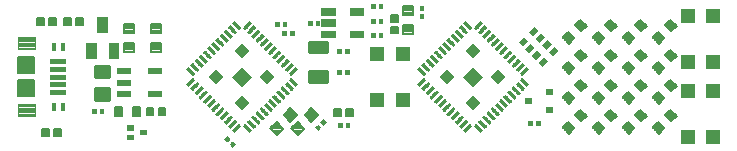
<source format=gbr>
G04 EAGLE Gerber RS-274X export*
G75*
%MOMM*%
%FSLAX34Y34*%
%LPD*%
%INSolderpaste Top*%
%IPPOS*%
%AMOC8*
5,1,8,0,0,1.08239X$1,22.5*%
G01*
%ADD10C,0.190000*%
%ADD11C,0.080000*%
%ADD12C,0.160000*%
%ADD13C,0.050000*%
%ADD14C,0.052000*%
%ADD15R,0.900000X0.900000*%
%ADD16R,1.200000X1.200000*%
%ADD17C,0.220000*%
%ADD18C,0.140000*%
%ADD19R,1.200000X0.550000*%
%ADD20C,0.060000*%
%ADD21C,0.250000*%
%ADD22C,0.090000*%
%ADD23C,0.040000*%
%ADD24C,0.150000*%
%ADD25C,0.110000*%
%ADD26R,0.400000X0.700000*%
%ADD27R,1.150000X1.300000*%
%ADD28R,0.500000X0.650000*%


D10*
X101360Y117720D02*
X109460Y117720D01*
X109460Y110120D01*
X101360Y110120D01*
X101360Y117720D01*
X101360Y111925D02*
X109460Y111925D01*
X109460Y113730D02*
X101360Y113730D01*
X101360Y115535D02*
X109460Y115535D01*
X109460Y117340D02*
X101360Y117340D01*
X101360Y133720D02*
X109460Y133720D01*
X109460Y126120D01*
X101360Y126120D01*
X101360Y133720D01*
X101360Y127925D02*
X109460Y127925D01*
X109460Y129730D02*
X101360Y129730D01*
X101360Y131535D02*
X109460Y131535D01*
X109460Y133340D02*
X101360Y133340D01*
D11*
X288085Y94310D02*
X288085Y91110D01*
X288085Y94310D02*
X291285Y94310D01*
X291285Y91110D01*
X288085Y91110D01*
X288085Y91870D02*
X291285Y91870D01*
X291285Y92630D02*
X288085Y92630D01*
X288085Y93390D02*
X291285Y93390D01*
X291285Y94150D02*
X288085Y94150D01*
X281485Y94310D02*
X281485Y91110D01*
X281485Y94310D02*
X284685Y94310D01*
X284685Y91110D01*
X281485Y91110D01*
X281485Y91870D02*
X284685Y91870D01*
X284685Y92630D02*
X281485Y92630D01*
X281485Y93390D02*
X284685Y93390D01*
X284685Y94150D02*
X281485Y94150D01*
X288720Y49860D02*
X288720Y46660D01*
X288720Y49860D02*
X291920Y49860D01*
X291920Y46660D01*
X288720Y46660D01*
X288720Y47420D02*
X291920Y47420D01*
X291920Y48180D02*
X288720Y48180D01*
X288720Y48940D02*
X291920Y48940D01*
X291920Y49700D02*
X288720Y49700D01*
X282120Y49860D02*
X282120Y46660D01*
X282120Y49860D02*
X285320Y49860D01*
X285320Y46660D01*
X282120Y46660D01*
X282120Y47420D02*
X285320Y47420D01*
X285320Y48180D02*
X282120Y48180D01*
X282120Y48940D02*
X285320Y48940D01*
X285320Y49700D02*
X282120Y49700D01*
X269668Y48331D02*
X267406Y50593D01*
X269668Y52855D01*
X271930Y50593D01*
X269668Y48331D01*
X270428Y49091D02*
X268908Y49091D01*
X268148Y49851D02*
X271188Y49851D01*
X271912Y50611D02*
X267424Y50611D01*
X268184Y51371D02*
X271152Y51371D01*
X270392Y52131D02*
X268944Y52131D01*
X262740Y45927D02*
X265002Y43665D01*
X262740Y45927D02*
X265002Y48189D01*
X267264Y45927D01*
X265002Y43665D01*
X265762Y44425D02*
X264242Y44425D01*
X263482Y45185D02*
X266522Y45185D01*
X267246Y45945D02*
X262758Y45945D01*
X263518Y46705D02*
X266486Y46705D01*
X265726Y47465D02*
X264278Y47465D01*
X190414Y36313D02*
X188152Y34051D01*
X185890Y36313D01*
X188152Y38575D01*
X190414Y36313D01*
X188912Y34811D02*
X187392Y34811D01*
X186632Y35571D02*
X189672Y35571D01*
X190396Y36331D02*
X185908Y36331D01*
X186668Y37091D02*
X189636Y37091D01*
X188876Y37851D02*
X187428Y37851D01*
X195081Y31647D02*
X192819Y29385D01*
X190557Y31647D01*
X192819Y33909D01*
X195081Y31647D01*
X193579Y30145D02*
X192059Y30145D01*
X191299Y30905D02*
X194339Y30905D01*
X195063Y31665D02*
X190575Y31665D01*
X191335Y32425D02*
X194303Y32425D01*
X193543Y33185D02*
X192095Y33185D01*
D10*
X132320Y117720D02*
X124220Y117720D01*
X132320Y117720D02*
X132320Y110120D01*
X124220Y110120D01*
X124220Y117720D01*
X124220Y111925D02*
X132320Y111925D01*
X132320Y113730D02*
X124220Y113730D01*
X124220Y115535D02*
X132320Y115535D01*
X132320Y117340D02*
X124220Y117340D01*
X124220Y133720D02*
X132320Y133720D01*
X132320Y126120D01*
X124220Y126120D01*
X124220Y133720D01*
X124220Y127925D02*
X132320Y127925D01*
X132320Y129730D02*
X124220Y129730D01*
X124220Y131535D02*
X132320Y131535D01*
X132320Y133340D02*
X124220Y133340D01*
D11*
X313260Y146990D02*
X313260Y150190D01*
X313260Y146990D02*
X310060Y146990D01*
X310060Y150190D01*
X313260Y150190D01*
X313260Y147750D02*
X310060Y147750D01*
X310060Y148510D02*
X313260Y148510D01*
X313260Y149270D02*
X310060Y149270D01*
X310060Y150030D02*
X313260Y150030D01*
X319860Y150190D02*
X319860Y146990D01*
X316660Y146990D01*
X316660Y150190D01*
X319860Y150190D01*
X319860Y147750D02*
X316660Y147750D01*
X316660Y148510D02*
X319860Y148510D01*
X319860Y149270D02*
X316660Y149270D01*
X316660Y150030D02*
X319860Y150030D01*
X231980Y134950D02*
X231980Y131750D01*
X228780Y131750D01*
X228780Y134950D01*
X231980Y134950D01*
X231980Y132510D02*
X228780Y132510D01*
X228780Y133270D02*
X231980Y133270D01*
X231980Y134030D02*
X228780Y134030D01*
X228780Y134790D02*
X231980Y134790D01*
X238580Y134950D02*
X238580Y131750D01*
X235380Y131750D01*
X235380Y134950D01*
X238580Y134950D01*
X238580Y132510D02*
X235380Y132510D01*
X235380Y133270D02*
X238580Y133270D01*
X238580Y134030D02*
X235380Y134030D01*
X235380Y134790D02*
X238580Y134790D01*
D10*
X254107Y56633D02*
X259833Y50907D01*
X254107Y56633D02*
X259481Y62007D01*
X265207Y56281D01*
X259833Y50907D01*
X261638Y52712D02*
X258028Y52712D01*
X256223Y54517D02*
X263443Y54517D01*
X265166Y56322D02*
X254418Y56322D01*
X255601Y58127D02*
X263361Y58127D01*
X261556Y59932D02*
X257406Y59932D01*
X259211Y61737D02*
X259751Y61737D01*
X242793Y45319D02*
X248519Y39593D01*
X242793Y45319D02*
X248167Y50693D01*
X253893Y44967D01*
X248519Y39593D01*
X250324Y41398D02*
X246714Y41398D01*
X244909Y43203D02*
X252129Y43203D01*
X253852Y45008D02*
X243104Y45008D01*
X244287Y46813D02*
X252047Y46813D01*
X250242Y48618D02*
X246092Y48618D01*
X247897Y50423D02*
X248437Y50423D01*
D11*
X284685Y108890D02*
X284685Y112090D01*
X284685Y108890D02*
X281485Y108890D01*
X281485Y112090D01*
X284685Y112090D01*
X284685Y109650D02*
X281485Y109650D01*
X281485Y110410D02*
X284685Y110410D01*
X284685Y111170D02*
X281485Y111170D01*
X281485Y111930D02*
X284685Y111930D01*
X291285Y112090D02*
X291285Y108890D01*
X288085Y108890D01*
X288085Y112090D01*
X291285Y112090D01*
X291285Y109650D02*
X288085Y109650D01*
X288085Y110410D02*
X291285Y110410D01*
X291285Y111170D02*
X288085Y111170D01*
X288085Y111930D02*
X291285Y111930D01*
D12*
X99840Y63390D02*
X99840Y55990D01*
X93440Y55990D01*
X93440Y63390D01*
X99840Y63390D01*
X99840Y57510D02*
X93440Y57510D01*
X93440Y59030D02*
X99840Y59030D01*
X99840Y60550D02*
X93440Y60550D01*
X93440Y62070D02*
X99840Y62070D01*
X114840Y63390D02*
X114840Y55990D01*
X108440Y55990D01*
X108440Y63390D01*
X114840Y63390D01*
X114840Y57510D02*
X108440Y57510D01*
X108440Y59030D02*
X114840Y59030D01*
X114840Y60550D02*
X108440Y60550D01*
X108440Y62070D02*
X114840Y62070D01*
D13*
X463870Y63330D02*
X463870Y58830D01*
X458370Y58830D01*
X458370Y63330D01*
X463870Y63330D01*
X463870Y59305D02*
X458370Y59305D01*
X458370Y59780D02*
X463870Y59780D01*
X463870Y60255D02*
X458370Y60255D01*
X458370Y60730D02*
X463870Y60730D01*
X463870Y61205D02*
X458370Y61205D01*
X458370Y61680D02*
X463870Y61680D01*
X463870Y62155D02*
X458370Y62155D01*
X458370Y62630D02*
X463870Y62630D01*
X463870Y63105D02*
X458370Y63105D01*
X463870Y73830D02*
X463870Y78330D01*
X463870Y73830D02*
X458370Y73830D01*
X458370Y78330D01*
X463870Y78330D01*
X463870Y74305D02*
X458370Y74305D01*
X458370Y74780D02*
X463870Y74780D01*
X463870Y75255D02*
X458370Y75255D01*
X458370Y75730D02*
X463870Y75730D01*
X463870Y76205D02*
X458370Y76205D01*
X458370Y76680D02*
X463870Y76680D01*
X463870Y77155D02*
X458370Y77155D01*
X458370Y77630D02*
X463870Y77630D01*
X463870Y78105D02*
X458370Y78105D01*
X445870Y70830D02*
X445870Y66330D01*
X440370Y66330D01*
X440370Y70830D01*
X445870Y70830D01*
X445870Y66805D02*
X440370Y66805D01*
X440370Y67280D02*
X445870Y67280D01*
X445870Y67755D02*
X440370Y67755D01*
X440370Y68230D02*
X445870Y68230D01*
X445870Y68705D02*
X440370Y68705D01*
X440370Y69180D02*
X445870Y69180D01*
X445870Y69655D02*
X440370Y69655D01*
X440370Y70130D02*
X445870Y70130D01*
X445870Y70605D02*
X440370Y70605D01*
D14*
X246056Y96875D02*
X240768Y91587D01*
X246056Y96875D02*
X247526Y95405D01*
X242238Y90117D01*
X240768Y91587D01*
X241744Y90611D02*
X242732Y90611D01*
X243226Y91105D02*
X241250Y91105D01*
X240780Y91599D02*
X243720Y91599D01*
X244214Y92093D02*
X241274Y92093D01*
X241768Y92587D02*
X244708Y92587D01*
X245202Y93081D02*
X242262Y93081D01*
X242756Y93575D02*
X245696Y93575D01*
X246190Y94069D02*
X243250Y94069D01*
X243744Y94563D02*
X246684Y94563D01*
X247178Y95057D02*
X244238Y95057D01*
X244732Y95551D02*
X247380Y95551D01*
X246886Y96045D02*
X245226Y96045D01*
X245720Y96539D02*
X246392Y96539D01*
X242521Y100411D02*
X237233Y95123D01*
X242521Y100411D02*
X243991Y98941D01*
X238703Y93653D01*
X237233Y95123D01*
X238209Y94147D02*
X239197Y94147D01*
X239691Y94641D02*
X237715Y94641D01*
X237245Y95135D02*
X240185Y95135D01*
X240679Y95629D02*
X237739Y95629D01*
X238233Y96123D02*
X241173Y96123D01*
X241667Y96617D02*
X238727Y96617D01*
X239221Y97111D02*
X242161Y97111D01*
X242655Y97605D02*
X239715Y97605D01*
X240209Y98099D02*
X243149Y98099D01*
X243643Y98593D02*
X240703Y98593D01*
X241197Y99087D02*
X243845Y99087D01*
X243351Y99581D02*
X241691Y99581D01*
X242185Y100075D02*
X242857Y100075D01*
X238985Y103946D02*
X233697Y98658D01*
X238985Y103946D02*
X240455Y102476D01*
X235167Y97188D01*
X233697Y98658D01*
X234673Y97682D02*
X235661Y97682D01*
X236155Y98176D02*
X234179Y98176D01*
X233709Y98670D02*
X236649Y98670D01*
X237143Y99164D02*
X234203Y99164D01*
X234697Y99658D02*
X237637Y99658D01*
X238131Y100152D02*
X235191Y100152D01*
X235685Y100646D02*
X238625Y100646D01*
X239119Y101140D02*
X236179Y101140D01*
X236673Y101634D02*
X239613Y101634D01*
X240107Y102128D02*
X237167Y102128D01*
X237661Y102622D02*
X240309Y102622D01*
X239815Y103116D02*
X238155Y103116D01*
X238649Y103610D02*
X239321Y103610D01*
X235449Y107482D02*
X230161Y102194D01*
X235449Y107482D02*
X236919Y106012D01*
X231631Y100724D01*
X230161Y102194D01*
X231137Y101218D02*
X232125Y101218D01*
X232619Y101712D02*
X230643Y101712D01*
X230173Y102206D02*
X233113Y102206D01*
X233607Y102700D02*
X230667Y102700D01*
X231161Y103194D02*
X234101Y103194D01*
X234595Y103688D02*
X231655Y103688D01*
X232149Y104182D02*
X235089Y104182D01*
X235583Y104676D02*
X232643Y104676D01*
X233137Y105170D02*
X236077Y105170D01*
X236571Y105664D02*
X233631Y105664D01*
X234125Y106158D02*
X236773Y106158D01*
X236279Y106652D02*
X234619Y106652D01*
X235113Y107146D02*
X235785Y107146D01*
X231914Y111017D02*
X226626Y105729D01*
X231914Y111017D02*
X233384Y109547D01*
X228096Y104259D01*
X226626Y105729D01*
X227602Y104753D02*
X228590Y104753D01*
X229084Y105247D02*
X227108Y105247D01*
X226638Y105741D02*
X229578Y105741D01*
X230072Y106235D02*
X227132Y106235D01*
X227626Y106729D02*
X230566Y106729D01*
X231060Y107223D02*
X228120Y107223D01*
X228614Y107717D02*
X231554Y107717D01*
X232048Y108211D02*
X229108Y108211D01*
X229602Y108705D02*
X232542Y108705D01*
X233036Y109199D02*
X230096Y109199D01*
X230590Y109693D02*
X233238Y109693D01*
X232744Y110187D02*
X231084Y110187D01*
X231578Y110681D02*
X232250Y110681D01*
X228378Y114553D02*
X223090Y109265D01*
X228378Y114553D02*
X229848Y113083D01*
X224560Y107795D01*
X223090Y109265D01*
X224066Y108289D02*
X225054Y108289D01*
X225548Y108783D02*
X223572Y108783D01*
X223102Y109277D02*
X226042Y109277D01*
X226536Y109771D02*
X223596Y109771D01*
X224090Y110265D02*
X227030Y110265D01*
X227524Y110759D02*
X224584Y110759D01*
X225078Y111253D02*
X228018Y111253D01*
X228512Y111747D02*
X225572Y111747D01*
X226066Y112241D02*
X229006Y112241D01*
X229500Y112735D02*
X226560Y112735D01*
X227054Y113229D02*
X229702Y113229D01*
X229208Y113723D02*
X227548Y113723D01*
X228042Y114217D02*
X228714Y114217D01*
X224843Y118088D02*
X219555Y112800D01*
X224843Y118088D02*
X226313Y116618D01*
X221025Y111330D01*
X219555Y112800D01*
X220531Y111824D02*
X221519Y111824D01*
X222013Y112318D02*
X220037Y112318D01*
X219567Y112812D02*
X222507Y112812D01*
X223001Y113306D02*
X220061Y113306D01*
X220555Y113800D02*
X223495Y113800D01*
X223989Y114294D02*
X221049Y114294D01*
X221543Y114788D02*
X224483Y114788D01*
X224977Y115282D02*
X222037Y115282D01*
X222531Y115776D02*
X225471Y115776D01*
X225965Y116270D02*
X223025Y116270D01*
X223519Y116764D02*
X226167Y116764D01*
X225673Y117258D02*
X224013Y117258D01*
X224507Y117752D02*
X225179Y117752D01*
X221307Y121624D02*
X216019Y116336D01*
X221307Y121624D02*
X222777Y120154D01*
X217489Y114866D01*
X216019Y116336D01*
X216995Y115360D02*
X217983Y115360D01*
X218477Y115854D02*
X216501Y115854D01*
X216031Y116348D02*
X218971Y116348D01*
X219465Y116842D02*
X216525Y116842D01*
X217019Y117336D02*
X219959Y117336D01*
X220453Y117830D02*
X217513Y117830D01*
X218007Y118324D02*
X220947Y118324D01*
X221441Y118818D02*
X218501Y118818D01*
X218995Y119312D02*
X221935Y119312D01*
X222429Y119806D02*
X219489Y119806D01*
X219983Y120300D02*
X222631Y120300D01*
X222137Y120794D02*
X220477Y120794D01*
X220971Y121288D02*
X221643Y121288D01*
X217772Y125159D02*
X212484Y119871D01*
X217772Y125159D02*
X219242Y123689D01*
X213954Y118401D01*
X212484Y119871D01*
X213460Y118895D02*
X214448Y118895D01*
X214942Y119389D02*
X212966Y119389D01*
X212496Y119883D02*
X215436Y119883D01*
X215930Y120377D02*
X212990Y120377D01*
X213484Y120871D02*
X216424Y120871D01*
X216918Y121365D02*
X213978Y121365D01*
X214472Y121859D02*
X217412Y121859D01*
X217906Y122353D02*
X214966Y122353D01*
X215460Y122847D02*
X218400Y122847D01*
X218894Y123341D02*
X215954Y123341D01*
X216448Y123835D02*
X219096Y123835D01*
X218602Y124329D02*
X216942Y124329D01*
X217436Y124823D02*
X218108Y124823D01*
X214236Y128695D02*
X208948Y123407D01*
X214236Y128695D02*
X215706Y127225D01*
X210418Y121937D01*
X208948Y123407D01*
X209924Y122431D02*
X210912Y122431D01*
X211406Y122925D02*
X209430Y122925D01*
X208960Y123419D02*
X211900Y123419D01*
X212394Y123913D02*
X209454Y123913D01*
X209948Y124407D02*
X212888Y124407D01*
X213382Y124901D02*
X210442Y124901D01*
X210936Y125395D02*
X213876Y125395D01*
X214370Y125889D02*
X211430Y125889D01*
X211924Y126383D02*
X214864Y126383D01*
X215358Y126877D02*
X212418Y126877D01*
X212912Y127371D02*
X215560Y127371D01*
X215066Y127865D02*
X213406Y127865D01*
X213900Y128359D02*
X214572Y128359D01*
X210701Y132231D02*
X205413Y126943D01*
X210701Y132231D02*
X212171Y130761D01*
X206883Y125473D01*
X205413Y126943D01*
X206389Y125967D02*
X207377Y125967D01*
X207871Y126461D02*
X205895Y126461D01*
X205425Y126955D02*
X208365Y126955D01*
X208859Y127449D02*
X205919Y127449D01*
X206413Y127943D02*
X209353Y127943D01*
X209847Y128437D02*
X206907Y128437D01*
X207401Y128931D02*
X210341Y128931D01*
X210835Y129425D02*
X207895Y129425D01*
X208389Y129919D02*
X211329Y129919D01*
X211823Y130413D02*
X208883Y130413D01*
X209377Y130907D02*
X212025Y130907D01*
X211531Y131401D02*
X209871Y131401D01*
X210365Y131895D02*
X211037Y131895D01*
X207165Y135766D02*
X201877Y130478D01*
X207165Y135766D02*
X208635Y134296D01*
X203347Y129008D01*
X201877Y130478D01*
X202853Y129502D02*
X203841Y129502D01*
X204335Y129996D02*
X202359Y129996D01*
X201889Y130490D02*
X204829Y130490D01*
X205323Y130984D02*
X202383Y130984D01*
X202877Y131478D02*
X205817Y131478D01*
X206311Y131972D02*
X203371Y131972D01*
X203865Y132466D02*
X206805Y132466D01*
X207299Y132960D02*
X204359Y132960D01*
X204853Y133454D02*
X207793Y133454D01*
X208287Y133948D02*
X205347Y133948D01*
X205841Y134442D02*
X208489Y134442D01*
X207995Y134936D02*
X206335Y134936D01*
X206829Y135430D02*
X207501Y135430D01*
X197973Y129008D02*
X192685Y134296D01*
X194155Y135766D01*
X199443Y130478D01*
X197973Y129008D01*
X198467Y129502D02*
X197479Y129502D01*
X196985Y129996D02*
X198961Y129996D01*
X199431Y130490D02*
X196491Y130490D01*
X195997Y130984D02*
X198937Y130984D01*
X198443Y131478D02*
X195503Y131478D01*
X195009Y131972D02*
X197949Y131972D01*
X197455Y132466D02*
X194515Y132466D01*
X194021Y132960D02*
X196961Y132960D01*
X196467Y133454D02*
X193527Y133454D01*
X193033Y133948D02*
X195973Y133948D01*
X195479Y134442D02*
X192831Y134442D01*
X193325Y134936D02*
X194985Y134936D01*
X194491Y135430D02*
X193819Y135430D01*
X189149Y130761D02*
X194437Y125473D01*
X189149Y130761D02*
X190619Y132231D01*
X195907Y126943D01*
X194437Y125473D01*
X194931Y125967D02*
X193943Y125967D01*
X193449Y126461D02*
X195425Y126461D01*
X195895Y126955D02*
X192955Y126955D01*
X192461Y127449D02*
X195401Y127449D01*
X194907Y127943D02*
X191967Y127943D01*
X191473Y128437D02*
X194413Y128437D01*
X193919Y128931D02*
X190979Y128931D01*
X190485Y129425D02*
X193425Y129425D01*
X192931Y129919D02*
X189991Y129919D01*
X189497Y130413D02*
X192437Y130413D01*
X191943Y130907D02*
X189295Y130907D01*
X189789Y131401D02*
X191449Y131401D01*
X190955Y131895D02*
X190283Y131895D01*
X185614Y127225D02*
X190902Y121937D01*
X185614Y127225D02*
X187084Y128695D01*
X192372Y123407D01*
X190902Y121937D01*
X191396Y122431D02*
X190408Y122431D01*
X189914Y122925D02*
X191890Y122925D01*
X192360Y123419D02*
X189420Y123419D01*
X188926Y123913D02*
X191866Y123913D01*
X191372Y124407D02*
X188432Y124407D01*
X187938Y124901D02*
X190878Y124901D01*
X190384Y125395D02*
X187444Y125395D01*
X186950Y125889D02*
X189890Y125889D01*
X189396Y126383D02*
X186456Y126383D01*
X185962Y126877D02*
X188902Y126877D01*
X188408Y127371D02*
X185760Y127371D01*
X186254Y127865D02*
X187914Y127865D01*
X187420Y128359D02*
X186748Y128359D01*
X182078Y123689D02*
X187366Y118401D01*
X182078Y123689D02*
X183548Y125159D01*
X188836Y119871D01*
X187366Y118401D01*
X187860Y118895D02*
X186872Y118895D01*
X186378Y119389D02*
X188354Y119389D01*
X188824Y119883D02*
X185884Y119883D01*
X185390Y120377D02*
X188330Y120377D01*
X187836Y120871D02*
X184896Y120871D01*
X184402Y121365D02*
X187342Y121365D01*
X186848Y121859D02*
X183908Y121859D01*
X183414Y122353D02*
X186354Y122353D01*
X185860Y122847D02*
X182920Y122847D01*
X182426Y123341D02*
X185366Y123341D01*
X184872Y123835D02*
X182224Y123835D01*
X182718Y124329D02*
X184378Y124329D01*
X183884Y124823D02*
X183212Y124823D01*
X178543Y120154D02*
X183831Y114866D01*
X178543Y120154D02*
X180013Y121624D01*
X185301Y116336D01*
X183831Y114866D01*
X184325Y115360D02*
X183337Y115360D01*
X182843Y115854D02*
X184819Y115854D01*
X185289Y116348D02*
X182349Y116348D01*
X181855Y116842D02*
X184795Y116842D01*
X184301Y117336D02*
X181361Y117336D01*
X180867Y117830D02*
X183807Y117830D01*
X183313Y118324D02*
X180373Y118324D01*
X179879Y118818D02*
X182819Y118818D01*
X182325Y119312D02*
X179385Y119312D01*
X178891Y119806D02*
X181831Y119806D01*
X181337Y120300D02*
X178689Y120300D01*
X179183Y120794D02*
X180843Y120794D01*
X180349Y121288D02*
X179677Y121288D01*
X175007Y116618D02*
X180295Y111330D01*
X175007Y116618D02*
X176477Y118088D01*
X181765Y112800D01*
X180295Y111330D01*
X180789Y111824D02*
X179801Y111824D01*
X179307Y112318D02*
X181283Y112318D01*
X181753Y112812D02*
X178813Y112812D01*
X178319Y113306D02*
X181259Y113306D01*
X180765Y113800D02*
X177825Y113800D01*
X177331Y114294D02*
X180271Y114294D01*
X179777Y114788D02*
X176837Y114788D01*
X176343Y115282D02*
X179283Y115282D01*
X178789Y115776D02*
X175849Y115776D01*
X175355Y116270D02*
X178295Y116270D01*
X177801Y116764D02*
X175153Y116764D01*
X175647Y117258D02*
X177307Y117258D01*
X176813Y117752D02*
X176141Y117752D01*
X171472Y113083D02*
X176760Y107795D01*
X171472Y113083D02*
X172942Y114553D01*
X178230Y109265D01*
X176760Y107795D01*
X177254Y108289D02*
X176266Y108289D01*
X175772Y108783D02*
X177748Y108783D01*
X178218Y109277D02*
X175278Y109277D01*
X174784Y109771D02*
X177724Y109771D01*
X177230Y110265D02*
X174290Y110265D01*
X173796Y110759D02*
X176736Y110759D01*
X176242Y111253D02*
X173302Y111253D01*
X172808Y111747D02*
X175748Y111747D01*
X175254Y112241D02*
X172314Y112241D01*
X171820Y112735D02*
X174760Y112735D01*
X174266Y113229D02*
X171618Y113229D01*
X172112Y113723D02*
X173772Y113723D01*
X173278Y114217D02*
X172606Y114217D01*
X167936Y109547D02*
X173224Y104259D01*
X167936Y109547D02*
X169406Y111017D01*
X174694Y105729D01*
X173224Y104259D01*
X173718Y104753D02*
X172730Y104753D01*
X172236Y105247D02*
X174212Y105247D01*
X174682Y105741D02*
X171742Y105741D01*
X171248Y106235D02*
X174188Y106235D01*
X173694Y106729D02*
X170754Y106729D01*
X170260Y107223D02*
X173200Y107223D01*
X172706Y107717D02*
X169766Y107717D01*
X169272Y108211D02*
X172212Y108211D01*
X171718Y108705D02*
X168778Y108705D01*
X168284Y109199D02*
X171224Y109199D01*
X170730Y109693D02*
X168082Y109693D01*
X168576Y110187D02*
X170236Y110187D01*
X169742Y110681D02*
X169070Y110681D01*
X164401Y106012D02*
X169689Y100724D01*
X164401Y106012D02*
X165871Y107482D01*
X171159Y102194D01*
X169689Y100724D01*
X170183Y101218D02*
X169195Y101218D01*
X168701Y101712D02*
X170677Y101712D01*
X171147Y102206D02*
X168207Y102206D01*
X167713Y102700D02*
X170653Y102700D01*
X170159Y103194D02*
X167219Y103194D01*
X166725Y103688D02*
X169665Y103688D01*
X169171Y104182D02*
X166231Y104182D01*
X165737Y104676D02*
X168677Y104676D01*
X168183Y105170D02*
X165243Y105170D01*
X164749Y105664D02*
X167689Y105664D01*
X167195Y106158D02*
X164547Y106158D01*
X165041Y106652D02*
X166701Y106652D01*
X166207Y107146D02*
X165535Y107146D01*
X160865Y102476D02*
X166153Y97188D01*
X160865Y102476D02*
X162335Y103946D01*
X167623Y98658D01*
X166153Y97188D01*
X166647Y97682D02*
X165659Y97682D01*
X165165Y98176D02*
X167141Y98176D01*
X167611Y98670D02*
X164671Y98670D01*
X164177Y99164D02*
X167117Y99164D01*
X166623Y99658D02*
X163683Y99658D01*
X163189Y100152D02*
X166129Y100152D01*
X165635Y100646D02*
X162695Y100646D01*
X162201Y101140D02*
X165141Y101140D01*
X164647Y101634D02*
X161707Y101634D01*
X161213Y102128D02*
X164153Y102128D01*
X163659Y102622D02*
X161011Y102622D01*
X161505Y103116D02*
X163165Y103116D01*
X162671Y103610D02*
X161999Y103610D01*
X157329Y98941D02*
X162617Y93653D01*
X157329Y98941D02*
X158799Y100411D01*
X164087Y95123D01*
X162617Y93653D01*
X163111Y94147D02*
X162123Y94147D01*
X161629Y94641D02*
X163605Y94641D01*
X164075Y95135D02*
X161135Y95135D01*
X160641Y95629D02*
X163581Y95629D01*
X163087Y96123D02*
X160147Y96123D01*
X159653Y96617D02*
X162593Y96617D01*
X162099Y97111D02*
X159159Y97111D01*
X158665Y97605D02*
X161605Y97605D01*
X161111Y98099D02*
X158171Y98099D01*
X157677Y98593D02*
X160617Y98593D01*
X160123Y99087D02*
X157475Y99087D01*
X157969Y99581D02*
X159629Y99581D01*
X159135Y100075D02*
X158463Y100075D01*
X153794Y95405D02*
X159082Y90117D01*
X153794Y95405D02*
X155264Y96875D01*
X160552Y91587D01*
X159082Y90117D01*
X159576Y90611D02*
X158588Y90611D01*
X158094Y91105D02*
X160070Y91105D01*
X160540Y91599D02*
X157600Y91599D01*
X157106Y92093D02*
X160046Y92093D01*
X159552Y92587D02*
X156612Y92587D01*
X156118Y93081D02*
X159058Y93081D01*
X158564Y93575D02*
X155624Y93575D01*
X155130Y94069D02*
X158070Y94069D01*
X157576Y94563D02*
X154636Y94563D01*
X154142Y95057D02*
X157082Y95057D01*
X156588Y95551D02*
X153940Y95551D01*
X154434Y96045D02*
X156094Y96045D01*
X155600Y96539D02*
X154928Y96539D01*
X160552Y86213D02*
X155264Y80925D01*
X153794Y82395D01*
X159082Y87683D01*
X160552Y86213D01*
X155758Y81419D02*
X154770Y81419D01*
X154276Y81913D02*
X156252Y81913D01*
X156746Y82407D02*
X153806Y82407D01*
X154300Y82901D02*
X157240Y82901D01*
X157734Y83395D02*
X154794Y83395D01*
X155288Y83889D02*
X158228Y83889D01*
X158722Y84383D02*
X155782Y84383D01*
X156276Y84877D02*
X159216Y84877D01*
X159710Y85371D02*
X156770Y85371D01*
X157264Y85865D02*
X160204Y85865D01*
X160406Y86359D02*
X157758Y86359D01*
X158252Y86853D02*
X159912Y86853D01*
X159418Y87347D02*
X158746Y87347D01*
X164087Y82677D02*
X158799Y77389D01*
X157329Y78859D01*
X162617Y84147D01*
X164087Y82677D01*
X159293Y77883D02*
X158305Y77883D01*
X157811Y78377D02*
X159787Y78377D01*
X160281Y78871D02*
X157341Y78871D01*
X157835Y79365D02*
X160775Y79365D01*
X161269Y79859D02*
X158329Y79859D01*
X158823Y80353D02*
X161763Y80353D01*
X162257Y80847D02*
X159317Y80847D01*
X159811Y81341D02*
X162751Y81341D01*
X163245Y81835D02*
X160305Y81835D01*
X160799Y82329D02*
X163739Y82329D01*
X163941Y82823D02*
X161293Y82823D01*
X161787Y83317D02*
X163447Y83317D01*
X162953Y83811D02*
X162281Y83811D01*
X167623Y79142D02*
X162335Y73854D01*
X160865Y75324D01*
X166153Y80612D01*
X167623Y79142D01*
X162829Y74348D02*
X161841Y74348D01*
X161347Y74842D02*
X163323Y74842D01*
X163817Y75336D02*
X160877Y75336D01*
X161371Y75830D02*
X164311Y75830D01*
X164805Y76324D02*
X161865Y76324D01*
X162359Y76818D02*
X165299Y76818D01*
X165793Y77312D02*
X162853Y77312D01*
X163347Y77806D02*
X166287Y77806D01*
X166781Y78300D02*
X163841Y78300D01*
X164335Y78794D02*
X167275Y78794D01*
X167477Y79288D02*
X164829Y79288D01*
X165323Y79782D02*
X166983Y79782D01*
X166489Y80276D02*
X165817Y80276D01*
X171159Y75606D02*
X165871Y70318D01*
X164401Y71788D01*
X169689Y77076D01*
X171159Y75606D01*
X166365Y70812D02*
X165377Y70812D01*
X164883Y71306D02*
X166859Y71306D01*
X167353Y71800D02*
X164413Y71800D01*
X164907Y72294D02*
X167847Y72294D01*
X168341Y72788D02*
X165401Y72788D01*
X165895Y73282D02*
X168835Y73282D01*
X169329Y73776D02*
X166389Y73776D01*
X166883Y74270D02*
X169823Y74270D01*
X170317Y74764D02*
X167377Y74764D01*
X167871Y75258D02*
X170811Y75258D01*
X171013Y75752D02*
X168365Y75752D01*
X168859Y76246D02*
X170519Y76246D01*
X170025Y76740D02*
X169353Y76740D01*
X174694Y72071D02*
X169406Y66783D01*
X167936Y68253D01*
X173224Y73541D01*
X174694Y72071D01*
X169900Y67277D02*
X168912Y67277D01*
X168418Y67771D02*
X170394Y67771D01*
X170888Y68265D02*
X167948Y68265D01*
X168442Y68759D02*
X171382Y68759D01*
X171876Y69253D02*
X168936Y69253D01*
X169430Y69747D02*
X172370Y69747D01*
X172864Y70241D02*
X169924Y70241D01*
X170418Y70735D02*
X173358Y70735D01*
X173852Y71229D02*
X170912Y71229D01*
X171406Y71723D02*
X174346Y71723D01*
X174548Y72217D02*
X171900Y72217D01*
X172394Y72711D02*
X174054Y72711D01*
X173560Y73205D02*
X172888Y73205D01*
X178230Y68535D02*
X172942Y63247D01*
X171472Y64717D01*
X176760Y70005D01*
X178230Y68535D01*
X173436Y63741D02*
X172448Y63741D01*
X171954Y64235D02*
X173930Y64235D01*
X174424Y64729D02*
X171484Y64729D01*
X171978Y65223D02*
X174918Y65223D01*
X175412Y65717D02*
X172472Y65717D01*
X172966Y66211D02*
X175906Y66211D01*
X176400Y66705D02*
X173460Y66705D01*
X173954Y67199D02*
X176894Y67199D01*
X177388Y67693D02*
X174448Y67693D01*
X174942Y68187D02*
X177882Y68187D01*
X178084Y68681D02*
X175436Y68681D01*
X175930Y69175D02*
X177590Y69175D01*
X177096Y69669D02*
X176424Y69669D01*
X181765Y65000D02*
X176477Y59712D01*
X175007Y61182D01*
X180295Y66470D01*
X181765Y65000D01*
X176971Y60206D02*
X175983Y60206D01*
X175489Y60700D02*
X177465Y60700D01*
X177959Y61194D02*
X175019Y61194D01*
X175513Y61688D02*
X178453Y61688D01*
X178947Y62182D02*
X176007Y62182D01*
X176501Y62676D02*
X179441Y62676D01*
X179935Y63170D02*
X176995Y63170D01*
X177489Y63664D02*
X180429Y63664D01*
X180923Y64158D02*
X177983Y64158D01*
X178477Y64652D02*
X181417Y64652D01*
X181619Y65146D02*
X178971Y65146D01*
X179465Y65640D02*
X181125Y65640D01*
X180631Y66134D02*
X179959Y66134D01*
X185301Y61464D02*
X180013Y56176D01*
X178543Y57646D01*
X183831Y62934D01*
X185301Y61464D01*
X180507Y56670D02*
X179519Y56670D01*
X179025Y57164D02*
X181001Y57164D01*
X181495Y57658D02*
X178555Y57658D01*
X179049Y58152D02*
X181989Y58152D01*
X182483Y58646D02*
X179543Y58646D01*
X180037Y59140D02*
X182977Y59140D01*
X183471Y59634D02*
X180531Y59634D01*
X181025Y60128D02*
X183965Y60128D01*
X184459Y60622D02*
X181519Y60622D01*
X182013Y61116D02*
X184953Y61116D01*
X185155Y61610D02*
X182507Y61610D01*
X183001Y62104D02*
X184661Y62104D01*
X184167Y62598D02*
X183495Y62598D01*
X188836Y57929D02*
X183548Y52641D01*
X182078Y54111D01*
X187366Y59399D01*
X188836Y57929D01*
X184042Y53135D02*
X183054Y53135D01*
X182560Y53629D02*
X184536Y53629D01*
X185030Y54123D02*
X182090Y54123D01*
X182584Y54617D02*
X185524Y54617D01*
X186018Y55111D02*
X183078Y55111D01*
X183572Y55605D02*
X186512Y55605D01*
X187006Y56099D02*
X184066Y56099D01*
X184560Y56593D02*
X187500Y56593D01*
X187994Y57087D02*
X185054Y57087D01*
X185548Y57581D02*
X188488Y57581D01*
X188690Y58075D02*
X186042Y58075D01*
X186536Y58569D02*
X188196Y58569D01*
X187702Y59063D02*
X187030Y59063D01*
X192372Y54393D02*
X187084Y49105D01*
X185614Y50575D01*
X190902Y55863D01*
X192372Y54393D01*
X187578Y49599D02*
X186590Y49599D01*
X186096Y50093D02*
X188072Y50093D01*
X188566Y50587D02*
X185626Y50587D01*
X186120Y51081D02*
X189060Y51081D01*
X189554Y51575D02*
X186614Y51575D01*
X187108Y52069D02*
X190048Y52069D01*
X190542Y52563D02*
X187602Y52563D01*
X188096Y53057D02*
X191036Y53057D01*
X191530Y53551D02*
X188590Y53551D01*
X189084Y54045D02*
X192024Y54045D01*
X192226Y54539D02*
X189578Y54539D01*
X190072Y55033D02*
X191732Y55033D01*
X191238Y55527D02*
X190566Y55527D01*
X195907Y50857D02*
X190619Y45569D01*
X189149Y47039D01*
X194437Y52327D01*
X195907Y50857D01*
X191113Y46063D02*
X190125Y46063D01*
X189631Y46557D02*
X191607Y46557D01*
X192101Y47051D02*
X189161Y47051D01*
X189655Y47545D02*
X192595Y47545D01*
X193089Y48039D02*
X190149Y48039D01*
X190643Y48533D02*
X193583Y48533D01*
X194077Y49027D02*
X191137Y49027D01*
X191631Y49521D02*
X194571Y49521D01*
X195065Y50015D02*
X192125Y50015D01*
X192619Y50509D02*
X195559Y50509D01*
X195761Y51003D02*
X193113Y51003D01*
X193607Y51497D02*
X195267Y51497D01*
X194773Y51991D02*
X194101Y51991D01*
X199443Y47322D02*
X194155Y42034D01*
X192685Y43504D01*
X197973Y48792D01*
X199443Y47322D01*
X194649Y42528D02*
X193661Y42528D01*
X193167Y43022D02*
X195143Y43022D01*
X195637Y43516D02*
X192697Y43516D01*
X193191Y44010D02*
X196131Y44010D01*
X196625Y44504D02*
X193685Y44504D01*
X194179Y44998D02*
X197119Y44998D01*
X197613Y45492D02*
X194673Y45492D01*
X195167Y45986D02*
X198107Y45986D01*
X198601Y46480D02*
X195661Y46480D01*
X196155Y46974D02*
X199095Y46974D01*
X199297Y47468D02*
X196649Y47468D01*
X197143Y47962D02*
X198803Y47962D01*
X198309Y48456D02*
X197637Y48456D01*
X203347Y48792D02*
X208635Y43504D01*
X207165Y42034D01*
X201877Y47322D01*
X203347Y48792D01*
X206671Y42528D02*
X207659Y42528D01*
X208153Y43022D02*
X206177Y43022D01*
X205683Y43516D02*
X208623Y43516D01*
X208129Y44010D02*
X205189Y44010D01*
X204695Y44504D02*
X207635Y44504D01*
X207141Y44998D02*
X204201Y44998D01*
X203707Y45492D02*
X206647Y45492D01*
X206153Y45986D02*
X203213Y45986D01*
X202719Y46480D02*
X205659Y46480D01*
X205165Y46974D02*
X202225Y46974D01*
X202023Y47468D02*
X204671Y47468D01*
X204177Y47962D02*
X202517Y47962D01*
X203011Y48456D02*
X203683Y48456D01*
X206883Y52327D02*
X212171Y47039D01*
X210701Y45569D01*
X205413Y50857D01*
X206883Y52327D01*
X210207Y46063D02*
X211195Y46063D01*
X211689Y46557D02*
X209713Y46557D01*
X209219Y47051D02*
X212159Y47051D01*
X211665Y47545D02*
X208725Y47545D01*
X208231Y48039D02*
X211171Y48039D01*
X210677Y48533D02*
X207737Y48533D01*
X207243Y49027D02*
X210183Y49027D01*
X209689Y49521D02*
X206749Y49521D01*
X206255Y50015D02*
X209195Y50015D01*
X208701Y50509D02*
X205761Y50509D01*
X205559Y51003D02*
X208207Y51003D01*
X207713Y51497D02*
X206053Y51497D01*
X206547Y51991D02*
X207219Y51991D01*
X210418Y55863D02*
X215706Y50575D01*
X214236Y49105D01*
X208948Y54393D01*
X210418Y55863D01*
X213742Y49599D02*
X214730Y49599D01*
X215224Y50093D02*
X213248Y50093D01*
X212754Y50587D02*
X215694Y50587D01*
X215200Y51081D02*
X212260Y51081D01*
X211766Y51575D02*
X214706Y51575D01*
X214212Y52069D02*
X211272Y52069D01*
X210778Y52563D02*
X213718Y52563D01*
X213224Y53057D02*
X210284Y53057D01*
X209790Y53551D02*
X212730Y53551D01*
X212236Y54045D02*
X209296Y54045D01*
X209094Y54539D02*
X211742Y54539D01*
X211248Y55033D02*
X209588Y55033D01*
X210082Y55527D02*
X210754Y55527D01*
X213954Y59399D02*
X219242Y54111D01*
X217772Y52641D01*
X212484Y57929D01*
X213954Y59399D01*
X217278Y53135D02*
X218266Y53135D01*
X218760Y53629D02*
X216784Y53629D01*
X216290Y54123D02*
X219230Y54123D01*
X218736Y54617D02*
X215796Y54617D01*
X215302Y55111D02*
X218242Y55111D01*
X217748Y55605D02*
X214808Y55605D01*
X214314Y56099D02*
X217254Y56099D01*
X216760Y56593D02*
X213820Y56593D01*
X213326Y57087D02*
X216266Y57087D01*
X215772Y57581D02*
X212832Y57581D01*
X212630Y58075D02*
X215278Y58075D01*
X214784Y58569D02*
X213124Y58569D01*
X213618Y59063D02*
X214290Y59063D01*
X217489Y62934D02*
X222777Y57646D01*
X221307Y56176D01*
X216019Y61464D01*
X217489Y62934D01*
X220813Y56670D02*
X221801Y56670D01*
X222295Y57164D02*
X220319Y57164D01*
X219825Y57658D02*
X222765Y57658D01*
X222271Y58152D02*
X219331Y58152D01*
X218837Y58646D02*
X221777Y58646D01*
X221283Y59140D02*
X218343Y59140D01*
X217849Y59634D02*
X220789Y59634D01*
X220295Y60128D02*
X217355Y60128D01*
X216861Y60622D02*
X219801Y60622D01*
X219307Y61116D02*
X216367Y61116D01*
X216165Y61610D02*
X218813Y61610D01*
X218319Y62104D02*
X216659Y62104D01*
X217153Y62598D02*
X217825Y62598D01*
X221025Y66470D02*
X226313Y61182D01*
X224843Y59712D01*
X219555Y65000D01*
X221025Y66470D01*
X224349Y60206D02*
X225337Y60206D01*
X225831Y60700D02*
X223855Y60700D01*
X223361Y61194D02*
X226301Y61194D01*
X225807Y61688D02*
X222867Y61688D01*
X222373Y62182D02*
X225313Y62182D01*
X224819Y62676D02*
X221879Y62676D01*
X221385Y63170D02*
X224325Y63170D01*
X223831Y63664D02*
X220891Y63664D01*
X220397Y64158D02*
X223337Y64158D01*
X222843Y64652D02*
X219903Y64652D01*
X219701Y65146D02*
X222349Y65146D01*
X221855Y65640D02*
X220195Y65640D01*
X220689Y66134D02*
X221361Y66134D01*
X224560Y70005D02*
X229848Y64717D01*
X228378Y63247D01*
X223090Y68535D01*
X224560Y70005D01*
X227884Y63741D02*
X228872Y63741D01*
X229366Y64235D02*
X227390Y64235D01*
X226896Y64729D02*
X229836Y64729D01*
X229342Y65223D02*
X226402Y65223D01*
X225908Y65717D02*
X228848Y65717D01*
X228354Y66211D02*
X225414Y66211D01*
X224920Y66705D02*
X227860Y66705D01*
X227366Y67199D02*
X224426Y67199D01*
X223932Y67693D02*
X226872Y67693D01*
X226378Y68187D02*
X223438Y68187D01*
X223236Y68681D02*
X225884Y68681D01*
X225390Y69175D02*
X223730Y69175D01*
X224224Y69669D02*
X224896Y69669D01*
X228096Y73541D02*
X233384Y68253D01*
X231914Y66783D01*
X226626Y72071D01*
X228096Y73541D01*
X231420Y67277D02*
X232408Y67277D01*
X232902Y67771D02*
X230926Y67771D01*
X230432Y68265D02*
X233372Y68265D01*
X232878Y68759D02*
X229938Y68759D01*
X229444Y69253D02*
X232384Y69253D01*
X231890Y69747D02*
X228950Y69747D01*
X228456Y70241D02*
X231396Y70241D01*
X230902Y70735D02*
X227962Y70735D01*
X227468Y71229D02*
X230408Y71229D01*
X229914Y71723D02*
X226974Y71723D01*
X226772Y72217D02*
X229420Y72217D01*
X228926Y72711D02*
X227266Y72711D01*
X227760Y73205D02*
X228432Y73205D01*
X231631Y77076D02*
X236919Y71788D01*
X235449Y70318D01*
X230161Y75606D01*
X231631Y77076D01*
X234955Y70812D02*
X235943Y70812D01*
X236437Y71306D02*
X234461Y71306D01*
X233967Y71800D02*
X236907Y71800D01*
X236413Y72294D02*
X233473Y72294D01*
X232979Y72788D02*
X235919Y72788D01*
X235425Y73282D02*
X232485Y73282D01*
X231991Y73776D02*
X234931Y73776D01*
X234437Y74270D02*
X231497Y74270D01*
X231003Y74764D02*
X233943Y74764D01*
X233449Y75258D02*
X230509Y75258D01*
X230307Y75752D02*
X232955Y75752D01*
X232461Y76246D02*
X230801Y76246D01*
X231295Y76740D02*
X231967Y76740D01*
X235167Y80612D02*
X240455Y75324D01*
X238985Y73854D01*
X233697Y79142D01*
X235167Y80612D01*
X238491Y74348D02*
X239479Y74348D01*
X239973Y74842D02*
X237997Y74842D01*
X237503Y75336D02*
X240443Y75336D01*
X239949Y75830D02*
X237009Y75830D01*
X236515Y76324D02*
X239455Y76324D01*
X238961Y76818D02*
X236021Y76818D01*
X235527Y77312D02*
X238467Y77312D01*
X237973Y77806D02*
X235033Y77806D01*
X234539Y78300D02*
X237479Y78300D01*
X236985Y78794D02*
X234045Y78794D01*
X233843Y79288D02*
X236491Y79288D01*
X235997Y79782D02*
X234337Y79782D01*
X234831Y80276D02*
X235503Y80276D01*
X238703Y84147D02*
X243991Y78859D01*
X242521Y77389D01*
X237233Y82677D01*
X238703Y84147D01*
X242027Y77883D02*
X243015Y77883D01*
X243509Y78377D02*
X241533Y78377D01*
X241039Y78871D02*
X243979Y78871D01*
X243485Y79365D02*
X240545Y79365D01*
X240051Y79859D02*
X242991Y79859D01*
X242497Y80353D02*
X239557Y80353D01*
X239063Y80847D02*
X242003Y80847D01*
X241509Y81341D02*
X238569Y81341D01*
X238075Y81835D02*
X241015Y81835D01*
X240521Y82329D02*
X237581Y82329D01*
X237379Y82823D02*
X240027Y82823D01*
X239533Y83317D02*
X237873Y83317D01*
X238367Y83811D02*
X239039Y83811D01*
X242238Y87683D02*
X247526Y82395D01*
X246056Y80925D01*
X240768Y86213D01*
X242238Y87683D01*
X245562Y81419D02*
X246550Y81419D01*
X247044Y81913D02*
X245068Y81913D01*
X244574Y82407D02*
X247514Y82407D01*
X247020Y82901D02*
X244080Y82901D01*
X243586Y83395D02*
X246526Y83395D01*
X246032Y83889D02*
X243092Y83889D01*
X242598Y84383D02*
X245538Y84383D01*
X245044Y84877D02*
X242104Y84877D01*
X241610Y85371D02*
X244550Y85371D01*
X244056Y85865D02*
X241116Y85865D01*
X240914Y86359D02*
X243562Y86359D01*
X243068Y86853D02*
X241408Y86853D01*
X241902Y87347D02*
X242574Y87347D01*
D15*
G36*
X216217Y88900D02*
X222580Y95263D01*
X228943Y88900D01*
X222580Y82537D01*
X216217Y88900D01*
G37*
G36*
X194297Y66980D02*
X200660Y73343D01*
X207023Y66980D01*
X200660Y60617D01*
X194297Y66980D01*
G37*
G36*
X172377Y88900D02*
X178740Y95263D01*
X185103Y88900D01*
X178740Y82537D01*
X172377Y88900D01*
G37*
G36*
X194297Y110820D02*
X200660Y117183D01*
X207023Y110820D01*
X200660Y104457D01*
X194297Y110820D01*
G37*
D16*
G36*
X192175Y88900D02*
X200660Y97385D01*
X209145Y88900D01*
X200660Y80415D01*
X192175Y88900D01*
G37*
D14*
X350844Y80925D02*
X356132Y86213D01*
X350844Y80925D02*
X349374Y82395D01*
X354662Y87683D01*
X356132Y86213D01*
X351338Y81419D02*
X350350Y81419D01*
X349856Y81913D02*
X351832Y81913D01*
X352326Y82407D02*
X349386Y82407D01*
X349880Y82901D02*
X352820Y82901D01*
X353314Y83395D02*
X350374Y83395D01*
X350868Y83889D02*
X353808Y83889D01*
X354302Y84383D02*
X351362Y84383D01*
X351856Y84877D02*
X354796Y84877D01*
X355290Y85371D02*
X352350Y85371D01*
X352844Y85865D02*
X355784Y85865D01*
X355986Y86359D02*
X353338Y86359D01*
X353832Y86853D02*
X355492Y86853D01*
X354998Y87347D02*
X354326Y87347D01*
X359667Y82677D02*
X354379Y77389D01*
X352909Y78859D01*
X358197Y84147D01*
X359667Y82677D01*
X354873Y77883D02*
X353885Y77883D01*
X353391Y78377D02*
X355367Y78377D01*
X355861Y78871D02*
X352921Y78871D01*
X353415Y79365D02*
X356355Y79365D01*
X356849Y79859D02*
X353909Y79859D01*
X354403Y80353D02*
X357343Y80353D01*
X357837Y80847D02*
X354897Y80847D01*
X355391Y81341D02*
X358331Y81341D01*
X358825Y81835D02*
X355885Y81835D01*
X356379Y82329D02*
X359319Y82329D01*
X359521Y82823D02*
X356873Y82823D01*
X357367Y83317D02*
X359027Y83317D01*
X358533Y83811D02*
X357861Y83811D01*
X363203Y79142D02*
X357915Y73854D01*
X356445Y75324D01*
X361733Y80612D01*
X363203Y79142D01*
X358409Y74348D02*
X357421Y74348D01*
X356927Y74842D02*
X358903Y74842D01*
X359397Y75336D02*
X356457Y75336D01*
X356951Y75830D02*
X359891Y75830D01*
X360385Y76324D02*
X357445Y76324D01*
X357939Y76818D02*
X360879Y76818D01*
X361373Y77312D02*
X358433Y77312D01*
X358927Y77806D02*
X361867Y77806D01*
X362361Y78300D02*
X359421Y78300D01*
X359915Y78794D02*
X362855Y78794D01*
X363057Y79288D02*
X360409Y79288D01*
X360903Y79782D02*
X362563Y79782D01*
X362069Y80276D02*
X361397Y80276D01*
X366739Y75606D02*
X361451Y70318D01*
X359981Y71788D01*
X365269Y77076D01*
X366739Y75606D01*
X361945Y70812D02*
X360957Y70812D01*
X360463Y71306D02*
X362439Y71306D01*
X362933Y71800D02*
X359993Y71800D01*
X360487Y72294D02*
X363427Y72294D01*
X363921Y72788D02*
X360981Y72788D01*
X361475Y73282D02*
X364415Y73282D01*
X364909Y73776D02*
X361969Y73776D01*
X362463Y74270D02*
X365403Y74270D01*
X365897Y74764D02*
X362957Y74764D01*
X363451Y75258D02*
X366391Y75258D01*
X366593Y75752D02*
X363945Y75752D01*
X364439Y76246D02*
X366099Y76246D01*
X365605Y76740D02*
X364933Y76740D01*
X370274Y72071D02*
X364986Y66783D01*
X363516Y68253D01*
X368804Y73541D01*
X370274Y72071D01*
X365480Y67277D02*
X364492Y67277D01*
X363998Y67771D02*
X365974Y67771D01*
X366468Y68265D02*
X363528Y68265D01*
X364022Y68759D02*
X366962Y68759D01*
X367456Y69253D02*
X364516Y69253D01*
X365010Y69747D02*
X367950Y69747D01*
X368444Y70241D02*
X365504Y70241D01*
X365998Y70735D02*
X368938Y70735D01*
X369432Y71229D02*
X366492Y71229D01*
X366986Y71723D02*
X369926Y71723D01*
X370128Y72217D02*
X367480Y72217D01*
X367974Y72711D02*
X369634Y72711D01*
X369140Y73205D02*
X368468Y73205D01*
X373810Y68535D02*
X368522Y63247D01*
X367052Y64717D01*
X372340Y70005D01*
X373810Y68535D01*
X369016Y63741D02*
X368028Y63741D01*
X367534Y64235D02*
X369510Y64235D01*
X370004Y64729D02*
X367064Y64729D01*
X367558Y65223D02*
X370498Y65223D01*
X370992Y65717D02*
X368052Y65717D01*
X368546Y66211D02*
X371486Y66211D01*
X371980Y66705D02*
X369040Y66705D01*
X369534Y67199D02*
X372474Y67199D01*
X372968Y67693D02*
X370028Y67693D01*
X370522Y68187D02*
X373462Y68187D01*
X373664Y68681D02*
X371016Y68681D01*
X371510Y69175D02*
X373170Y69175D01*
X372676Y69669D02*
X372004Y69669D01*
X377345Y65000D02*
X372057Y59712D01*
X370587Y61182D01*
X375875Y66470D01*
X377345Y65000D01*
X372551Y60206D02*
X371563Y60206D01*
X371069Y60700D02*
X373045Y60700D01*
X373539Y61194D02*
X370599Y61194D01*
X371093Y61688D02*
X374033Y61688D01*
X374527Y62182D02*
X371587Y62182D01*
X372081Y62676D02*
X375021Y62676D01*
X375515Y63170D02*
X372575Y63170D01*
X373069Y63664D02*
X376009Y63664D01*
X376503Y64158D02*
X373563Y64158D01*
X374057Y64652D02*
X376997Y64652D01*
X377199Y65146D02*
X374551Y65146D01*
X375045Y65640D02*
X376705Y65640D01*
X376211Y66134D02*
X375539Y66134D01*
X380881Y61464D02*
X375593Y56176D01*
X374123Y57646D01*
X379411Y62934D01*
X380881Y61464D01*
X376087Y56670D02*
X375099Y56670D01*
X374605Y57164D02*
X376581Y57164D01*
X377075Y57658D02*
X374135Y57658D01*
X374629Y58152D02*
X377569Y58152D01*
X378063Y58646D02*
X375123Y58646D01*
X375617Y59140D02*
X378557Y59140D01*
X379051Y59634D02*
X376111Y59634D01*
X376605Y60128D02*
X379545Y60128D01*
X380039Y60622D02*
X377099Y60622D01*
X377593Y61116D02*
X380533Y61116D01*
X380735Y61610D02*
X378087Y61610D01*
X378581Y62104D02*
X380241Y62104D01*
X379747Y62598D02*
X379075Y62598D01*
X384416Y57929D02*
X379128Y52641D01*
X377658Y54111D01*
X382946Y59399D01*
X384416Y57929D01*
X379622Y53135D02*
X378634Y53135D01*
X378140Y53629D02*
X380116Y53629D01*
X380610Y54123D02*
X377670Y54123D01*
X378164Y54617D02*
X381104Y54617D01*
X381598Y55111D02*
X378658Y55111D01*
X379152Y55605D02*
X382092Y55605D01*
X382586Y56099D02*
X379646Y56099D01*
X380140Y56593D02*
X383080Y56593D01*
X383574Y57087D02*
X380634Y57087D01*
X381128Y57581D02*
X384068Y57581D01*
X384270Y58075D02*
X381622Y58075D01*
X382116Y58569D02*
X383776Y58569D01*
X383282Y59063D02*
X382610Y59063D01*
X387952Y54393D02*
X382664Y49105D01*
X381194Y50575D01*
X386482Y55863D01*
X387952Y54393D01*
X383158Y49599D02*
X382170Y49599D01*
X381676Y50093D02*
X383652Y50093D01*
X384146Y50587D02*
X381206Y50587D01*
X381700Y51081D02*
X384640Y51081D01*
X385134Y51575D02*
X382194Y51575D01*
X382688Y52069D02*
X385628Y52069D01*
X386122Y52563D02*
X383182Y52563D01*
X383676Y53057D02*
X386616Y53057D01*
X387110Y53551D02*
X384170Y53551D01*
X384664Y54045D02*
X387604Y54045D01*
X387806Y54539D02*
X385158Y54539D01*
X385652Y55033D02*
X387312Y55033D01*
X386818Y55527D02*
X386146Y55527D01*
X391487Y50857D02*
X386199Y45569D01*
X384729Y47039D01*
X390017Y52327D01*
X391487Y50857D01*
X386693Y46063D02*
X385705Y46063D01*
X385211Y46557D02*
X387187Y46557D01*
X387681Y47051D02*
X384741Y47051D01*
X385235Y47545D02*
X388175Y47545D01*
X388669Y48039D02*
X385729Y48039D01*
X386223Y48533D02*
X389163Y48533D01*
X389657Y49027D02*
X386717Y49027D01*
X387211Y49521D02*
X390151Y49521D01*
X390645Y50015D02*
X387705Y50015D01*
X388199Y50509D02*
X391139Y50509D01*
X391341Y51003D02*
X388693Y51003D01*
X389187Y51497D02*
X390847Y51497D01*
X390353Y51991D02*
X389681Y51991D01*
X395023Y47322D02*
X389735Y42034D01*
X388265Y43504D01*
X393553Y48792D01*
X395023Y47322D01*
X390229Y42528D02*
X389241Y42528D01*
X388747Y43022D02*
X390723Y43022D01*
X391217Y43516D02*
X388277Y43516D01*
X388771Y44010D02*
X391711Y44010D01*
X392205Y44504D02*
X389265Y44504D01*
X389759Y44998D02*
X392699Y44998D01*
X393193Y45492D02*
X390253Y45492D01*
X390747Y45986D02*
X393687Y45986D01*
X394181Y46480D02*
X391241Y46480D01*
X391735Y46974D02*
X394675Y46974D01*
X394877Y47468D02*
X392229Y47468D01*
X392723Y47962D02*
X394383Y47962D01*
X393889Y48456D02*
X393217Y48456D01*
X398927Y48792D02*
X404215Y43504D01*
X402745Y42034D01*
X397457Y47322D01*
X398927Y48792D01*
X402251Y42528D02*
X403239Y42528D01*
X403733Y43022D02*
X401757Y43022D01*
X401263Y43516D02*
X404203Y43516D01*
X403709Y44010D02*
X400769Y44010D01*
X400275Y44504D02*
X403215Y44504D01*
X402721Y44998D02*
X399781Y44998D01*
X399287Y45492D02*
X402227Y45492D01*
X401733Y45986D02*
X398793Y45986D01*
X398299Y46480D02*
X401239Y46480D01*
X400745Y46974D02*
X397805Y46974D01*
X397603Y47468D02*
X400251Y47468D01*
X399757Y47962D02*
X398097Y47962D01*
X398591Y48456D02*
X399263Y48456D01*
X402463Y52327D02*
X407751Y47039D01*
X406281Y45569D01*
X400993Y50857D01*
X402463Y52327D01*
X405787Y46063D02*
X406775Y46063D01*
X407269Y46557D02*
X405293Y46557D01*
X404799Y47051D02*
X407739Y47051D01*
X407245Y47545D02*
X404305Y47545D01*
X403811Y48039D02*
X406751Y48039D01*
X406257Y48533D02*
X403317Y48533D01*
X402823Y49027D02*
X405763Y49027D01*
X405269Y49521D02*
X402329Y49521D01*
X401835Y50015D02*
X404775Y50015D01*
X404281Y50509D02*
X401341Y50509D01*
X401139Y51003D02*
X403787Y51003D01*
X403293Y51497D02*
X401633Y51497D01*
X402127Y51991D02*
X402799Y51991D01*
X405998Y55863D02*
X411286Y50575D01*
X409816Y49105D01*
X404528Y54393D01*
X405998Y55863D01*
X409322Y49599D02*
X410310Y49599D01*
X410804Y50093D02*
X408828Y50093D01*
X408334Y50587D02*
X411274Y50587D01*
X410780Y51081D02*
X407840Y51081D01*
X407346Y51575D02*
X410286Y51575D01*
X409792Y52069D02*
X406852Y52069D01*
X406358Y52563D02*
X409298Y52563D01*
X408804Y53057D02*
X405864Y53057D01*
X405370Y53551D02*
X408310Y53551D01*
X407816Y54045D02*
X404876Y54045D01*
X404674Y54539D02*
X407322Y54539D01*
X406828Y55033D02*
X405168Y55033D01*
X405662Y55527D02*
X406334Y55527D01*
X409534Y59399D02*
X414822Y54111D01*
X413352Y52641D01*
X408064Y57929D01*
X409534Y59399D01*
X412858Y53135D02*
X413846Y53135D01*
X414340Y53629D02*
X412364Y53629D01*
X411870Y54123D02*
X414810Y54123D01*
X414316Y54617D02*
X411376Y54617D01*
X410882Y55111D02*
X413822Y55111D01*
X413328Y55605D02*
X410388Y55605D01*
X409894Y56099D02*
X412834Y56099D01*
X412340Y56593D02*
X409400Y56593D01*
X408906Y57087D02*
X411846Y57087D01*
X411352Y57581D02*
X408412Y57581D01*
X408210Y58075D02*
X410858Y58075D01*
X410364Y58569D02*
X408704Y58569D01*
X409198Y59063D02*
X409870Y59063D01*
X413069Y62934D02*
X418357Y57646D01*
X416887Y56176D01*
X411599Y61464D01*
X413069Y62934D01*
X416393Y56670D02*
X417381Y56670D01*
X417875Y57164D02*
X415899Y57164D01*
X415405Y57658D02*
X418345Y57658D01*
X417851Y58152D02*
X414911Y58152D01*
X414417Y58646D02*
X417357Y58646D01*
X416863Y59140D02*
X413923Y59140D01*
X413429Y59634D02*
X416369Y59634D01*
X415875Y60128D02*
X412935Y60128D01*
X412441Y60622D02*
X415381Y60622D01*
X414887Y61116D02*
X411947Y61116D01*
X411745Y61610D02*
X414393Y61610D01*
X413899Y62104D02*
X412239Y62104D01*
X412733Y62598D02*
X413405Y62598D01*
X416605Y66470D02*
X421893Y61182D01*
X420423Y59712D01*
X415135Y65000D01*
X416605Y66470D01*
X419929Y60206D02*
X420917Y60206D01*
X421411Y60700D02*
X419435Y60700D01*
X418941Y61194D02*
X421881Y61194D01*
X421387Y61688D02*
X418447Y61688D01*
X417953Y62182D02*
X420893Y62182D01*
X420399Y62676D02*
X417459Y62676D01*
X416965Y63170D02*
X419905Y63170D01*
X419411Y63664D02*
X416471Y63664D01*
X415977Y64158D02*
X418917Y64158D01*
X418423Y64652D02*
X415483Y64652D01*
X415281Y65146D02*
X417929Y65146D01*
X417435Y65640D02*
X415775Y65640D01*
X416269Y66134D02*
X416941Y66134D01*
X420140Y70005D02*
X425428Y64717D01*
X423958Y63247D01*
X418670Y68535D01*
X420140Y70005D01*
X423464Y63741D02*
X424452Y63741D01*
X424946Y64235D02*
X422970Y64235D01*
X422476Y64729D02*
X425416Y64729D01*
X424922Y65223D02*
X421982Y65223D01*
X421488Y65717D02*
X424428Y65717D01*
X423934Y66211D02*
X420994Y66211D01*
X420500Y66705D02*
X423440Y66705D01*
X422946Y67199D02*
X420006Y67199D01*
X419512Y67693D02*
X422452Y67693D01*
X421958Y68187D02*
X419018Y68187D01*
X418816Y68681D02*
X421464Y68681D01*
X420970Y69175D02*
X419310Y69175D01*
X419804Y69669D02*
X420476Y69669D01*
X423676Y73541D02*
X428964Y68253D01*
X427494Y66783D01*
X422206Y72071D01*
X423676Y73541D01*
X427000Y67277D02*
X427988Y67277D01*
X428482Y67771D02*
X426506Y67771D01*
X426012Y68265D02*
X428952Y68265D01*
X428458Y68759D02*
X425518Y68759D01*
X425024Y69253D02*
X427964Y69253D01*
X427470Y69747D02*
X424530Y69747D01*
X424036Y70241D02*
X426976Y70241D01*
X426482Y70735D02*
X423542Y70735D01*
X423048Y71229D02*
X425988Y71229D01*
X425494Y71723D02*
X422554Y71723D01*
X422352Y72217D02*
X425000Y72217D01*
X424506Y72711D02*
X422846Y72711D01*
X423340Y73205D02*
X424012Y73205D01*
X427211Y77076D02*
X432499Y71788D01*
X431029Y70318D01*
X425741Y75606D01*
X427211Y77076D01*
X430535Y70812D02*
X431523Y70812D01*
X432017Y71306D02*
X430041Y71306D01*
X429547Y71800D02*
X432487Y71800D01*
X431993Y72294D02*
X429053Y72294D01*
X428559Y72788D02*
X431499Y72788D01*
X431005Y73282D02*
X428065Y73282D01*
X427571Y73776D02*
X430511Y73776D01*
X430017Y74270D02*
X427077Y74270D01*
X426583Y74764D02*
X429523Y74764D01*
X429029Y75258D02*
X426089Y75258D01*
X425887Y75752D02*
X428535Y75752D01*
X428041Y76246D02*
X426381Y76246D01*
X426875Y76740D02*
X427547Y76740D01*
X430747Y80612D02*
X436035Y75324D01*
X434565Y73854D01*
X429277Y79142D01*
X430747Y80612D01*
X434071Y74348D02*
X435059Y74348D01*
X435553Y74842D02*
X433577Y74842D01*
X433083Y75336D02*
X436023Y75336D01*
X435529Y75830D02*
X432589Y75830D01*
X432095Y76324D02*
X435035Y76324D01*
X434541Y76818D02*
X431601Y76818D01*
X431107Y77312D02*
X434047Y77312D01*
X433553Y77806D02*
X430613Y77806D01*
X430119Y78300D02*
X433059Y78300D01*
X432565Y78794D02*
X429625Y78794D01*
X429423Y79288D02*
X432071Y79288D01*
X431577Y79782D02*
X429917Y79782D01*
X430411Y80276D02*
X431083Y80276D01*
X434283Y84147D02*
X439571Y78859D01*
X438101Y77389D01*
X432813Y82677D01*
X434283Y84147D01*
X437607Y77883D02*
X438595Y77883D01*
X439089Y78377D02*
X437113Y78377D01*
X436619Y78871D02*
X439559Y78871D01*
X439065Y79365D02*
X436125Y79365D01*
X435631Y79859D02*
X438571Y79859D01*
X438077Y80353D02*
X435137Y80353D01*
X434643Y80847D02*
X437583Y80847D01*
X437089Y81341D02*
X434149Y81341D01*
X433655Y81835D02*
X436595Y81835D01*
X436101Y82329D02*
X433161Y82329D01*
X432959Y82823D02*
X435607Y82823D01*
X435113Y83317D02*
X433453Y83317D01*
X433947Y83811D02*
X434619Y83811D01*
X437818Y87683D02*
X443106Y82395D01*
X441636Y80925D01*
X436348Y86213D01*
X437818Y87683D01*
X441142Y81419D02*
X442130Y81419D01*
X442624Y81913D02*
X440648Y81913D01*
X440154Y82407D02*
X443094Y82407D01*
X442600Y82901D02*
X439660Y82901D01*
X439166Y83395D02*
X442106Y83395D01*
X441612Y83889D02*
X438672Y83889D01*
X438178Y84383D02*
X441118Y84383D01*
X440624Y84877D02*
X437684Y84877D01*
X437190Y85371D02*
X440130Y85371D01*
X439636Y85865D02*
X436696Y85865D01*
X436494Y86359D02*
X439142Y86359D01*
X438648Y86853D02*
X436988Y86853D01*
X437482Y87347D02*
X438154Y87347D01*
X436348Y91587D02*
X441636Y96875D01*
X443106Y95405D01*
X437818Y90117D01*
X436348Y91587D01*
X437324Y90611D02*
X438312Y90611D01*
X438806Y91105D02*
X436830Y91105D01*
X436360Y91599D02*
X439300Y91599D01*
X439794Y92093D02*
X436854Y92093D01*
X437348Y92587D02*
X440288Y92587D01*
X440782Y93081D02*
X437842Y93081D01*
X438336Y93575D02*
X441276Y93575D01*
X441770Y94069D02*
X438830Y94069D01*
X439324Y94563D02*
X442264Y94563D01*
X442758Y95057D02*
X439818Y95057D01*
X440312Y95551D02*
X442960Y95551D01*
X442466Y96045D02*
X440806Y96045D01*
X441300Y96539D02*
X441972Y96539D01*
X438101Y100411D02*
X432813Y95123D01*
X438101Y100411D02*
X439571Y98941D01*
X434283Y93653D01*
X432813Y95123D01*
X433789Y94147D02*
X434777Y94147D01*
X435271Y94641D02*
X433295Y94641D01*
X432825Y95135D02*
X435765Y95135D01*
X436259Y95629D02*
X433319Y95629D01*
X433813Y96123D02*
X436753Y96123D01*
X437247Y96617D02*
X434307Y96617D01*
X434801Y97111D02*
X437741Y97111D01*
X438235Y97605D02*
X435295Y97605D01*
X435789Y98099D02*
X438729Y98099D01*
X439223Y98593D02*
X436283Y98593D01*
X436777Y99087D02*
X439425Y99087D01*
X438931Y99581D02*
X437271Y99581D01*
X437765Y100075D02*
X438437Y100075D01*
X434565Y103946D02*
X429277Y98658D01*
X434565Y103946D02*
X436035Y102476D01*
X430747Y97188D01*
X429277Y98658D01*
X430253Y97682D02*
X431241Y97682D01*
X431735Y98176D02*
X429759Y98176D01*
X429289Y98670D02*
X432229Y98670D01*
X432723Y99164D02*
X429783Y99164D01*
X430277Y99658D02*
X433217Y99658D01*
X433711Y100152D02*
X430771Y100152D01*
X431265Y100646D02*
X434205Y100646D01*
X434699Y101140D02*
X431759Y101140D01*
X432253Y101634D02*
X435193Y101634D01*
X435687Y102128D02*
X432747Y102128D01*
X433241Y102622D02*
X435889Y102622D01*
X435395Y103116D02*
X433735Y103116D01*
X434229Y103610D02*
X434901Y103610D01*
X431029Y107482D02*
X425741Y102194D01*
X431029Y107482D02*
X432499Y106012D01*
X427211Y100724D01*
X425741Y102194D01*
X426717Y101218D02*
X427705Y101218D01*
X428199Y101712D02*
X426223Y101712D01*
X425753Y102206D02*
X428693Y102206D01*
X429187Y102700D02*
X426247Y102700D01*
X426741Y103194D02*
X429681Y103194D01*
X430175Y103688D02*
X427235Y103688D01*
X427729Y104182D02*
X430669Y104182D01*
X431163Y104676D02*
X428223Y104676D01*
X428717Y105170D02*
X431657Y105170D01*
X432151Y105664D02*
X429211Y105664D01*
X429705Y106158D02*
X432353Y106158D01*
X431859Y106652D02*
X430199Y106652D01*
X430693Y107146D02*
X431365Y107146D01*
X427494Y111017D02*
X422206Y105729D01*
X427494Y111017D02*
X428964Y109547D01*
X423676Y104259D01*
X422206Y105729D01*
X423182Y104753D02*
X424170Y104753D01*
X424664Y105247D02*
X422688Y105247D01*
X422218Y105741D02*
X425158Y105741D01*
X425652Y106235D02*
X422712Y106235D01*
X423206Y106729D02*
X426146Y106729D01*
X426640Y107223D02*
X423700Y107223D01*
X424194Y107717D02*
X427134Y107717D01*
X427628Y108211D02*
X424688Y108211D01*
X425182Y108705D02*
X428122Y108705D01*
X428616Y109199D02*
X425676Y109199D01*
X426170Y109693D02*
X428818Y109693D01*
X428324Y110187D02*
X426664Y110187D01*
X427158Y110681D02*
X427830Y110681D01*
X423958Y114553D02*
X418670Y109265D01*
X423958Y114553D02*
X425428Y113083D01*
X420140Y107795D01*
X418670Y109265D01*
X419646Y108289D02*
X420634Y108289D01*
X421128Y108783D02*
X419152Y108783D01*
X418682Y109277D02*
X421622Y109277D01*
X422116Y109771D02*
X419176Y109771D01*
X419670Y110265D02*
X422610Y110265D01*
X423104Y110759D02*
X420164Y110759D01*
X420658Y111253D02*
X423598Y111253D01*
X424092Y111747D02*
X421152Y111747D01*
X421646Y112241D02*
X424586Y112241D01*
X425080Y112735D02*
X422140Y112735D01*
X422634Y113229D02*
X425282Y113229D01*
X424788Y113723D02*
X423128Y113723D01*
X423622Y114217D02*
X424294Y114217D01*
X420423Y118088D02*
X415135Y112800D01*
X420423Y118088D02*
X421893Y116618D01*
X416605Y111330D01*
X415135Y112800D01*
X416111Y111824D02*
X417099Y111824D01*
X417593Y112318D02*
X415617Y112318D01*
X415147Y112812D02*
X418087Y112812D01*
X418581Y113306D02*
X415641Y113306D01*
X416135Y113800D02*
X419075Y113800D01*
X419569Y114294D02*
X416629Y114294D01*
X417123Y114788D02*
X420063Y114788D01*
X420557Y115282D02*
X417617Y115282D01*
X418111Y115776D02*
X421051Y115776D01*
X421545Y116270D02*
X418605Y116270D01*
X419099Y116764D02*
X421747Y116764D01*
X421253Y117258D02*
X419593Y117258D01*
X420087Y117752D02*
X420759Y117752D01*
X416887Y121624D02*
X411599Y116336D01*
X416887Y121624D02*
X418357Y120154D01*
X413069Y114866D01*
X411599Y116336D01*
X412575Y115360D02*
X413563Y115360D01*
X414057Y115854D02*
X412081Y115854D01*
X411611Y116348D02*
X414551Y116348D01*
X415045Y116842D02*
X412105Y116842D01*
X412599Y117336D02*
X415539Y117336D01*
X416033Y117830D02*
X413093Y117830D01*
X413587Y118324D02*
X416527Y118324D01*
X417021Y118818D02*
X414081Y118818D01*
X414575Y119312D02*
X417515Y119312D01*
X418009Y119806D02*
X415069Y119806D01*
X415563Y120300D02*
X418211Y120300D01*
X417717Y120794D02*
X416057Y120794D01*
X416551Y121288D02*
X417223Y121288D01*
X413352Y125159D02*
X408064Y119871D01*
X413352Y125159D02*
X414822Y123689D01*
X409534Y118401D01*
X408064Y119871D01*
X409040Y118895D02*
X410028Y118895D01*
X410522Y119389D02*
X408546Y119389D01*
X408076Y119883D02*
X411016Y119883D01*
X411510Y120377D02*
X408570Y120377D01*
X409064Y120871D02*
X412004Y120871D01*
X412498Y121365D02*
X409558Y121365D01*
X410052Y121859D02*
X412992Y121859D01*
X413486Y122353D02*
X410546Y122353D01*
X411040Y122847D02*
X413980Y122847D01*
X414474Y123341D02*
X411534Y123341D01*
X412028Y123835D02*
X414676Y123835D01*
X414182Y124329D02*
X412522Y124329D01*
X413016Y124823D02*
X413688Y124823D01*
X409816Y128695D02*
X404528Y123407D01*
X409816Y128695D02*
X411286Y127225D01*
X405998Y121937D01*
X404528Y123407D01*
X405504Y122431D02*
X406492Y122431D01*
X406986Y122925D02*
X405010Y122925D01*
X404540Y123419D02*
X407480Y123419D01*
X407974Y123913D02*
X405034Y123913D01*
X405528Y124407D02*
X408468Y124407D01*
X408962Y124901D02*
X406022Y124901D01*
X406516Y125395D02*
X409456Y125395D01*
X409950Y125889D02*
X407010Y125889D01*
X407504Y126383D02*
X410444Y126383D01*
X410938Y126877D02*
X407998Y126877D01*
X408492Y127371D02*
X411140Y127371D01*
X410646Y127865D02*
X408986Y127865D01*
X409480Y128359D02*
X410152Y128359D01*
X406281Y132231D02*
X400993Y126943D01*
X406281Y132231D02*
X407751Y130761D01*
X402463Y125473D01*
X400993Y126943D01*
X401969Y125967D02*
X402957Y125967D01*
X403451Y126461D02*
X401475Y126461D01*
X401005Y126955D02*
X403945Y126955D01*
X404439Y127449D02*
X401499Y127449D01*
X401993Y127943D02*
X404933Y127943D01*
X405427Y128437D02*
X402487Y128437D01*
X402981Y128931D02*
X405921Y128931D01*
X406415Y129425D02*
X403475Y129425D01*
X403969Y129919D02*
X406909Y129919D01*
X407403Y130413D02*
X404463Y130413D01*
X404957Y130907D02*
X407605Y130907D01*
X407111Y131401D02*
X405451Y131401D01*
X405945Y131895D02*
X406617Y131895D01*
X402745Y135766D02*
X397457Y130478D01*
X402745Y135766D02*
X404215Y134296D01*
X398927Y129008D01*
X397457Y130478D01*
X398433Y129502D02*
X399421Y129502D01*
X399915Y129996D02*
X397939Y129996D01*
X397469Y130490D02*
X400409Y130490D01*
X400903Y130984D02*
X397963Y130984D01*
X398457Y131478D02*
X401397Y131478D01*
X401891Y131972D02*
X398951Y131972D01*
X399445Y132466D02*
X402385Y132466D01*
X402879Y132960D02*
X399939Y132960D01*
X400433Y133454D02*
X403373Y133454D01*
X403867Y133948D02*
X400927Y133948D01*
X401421Y134442D02*
X404069Y134442D01*
X403575Y134936D02*
X401915Y134936D01*
X402409Y135430D02*
X403081Y135430D01*
X393553Y129008D02*
X388265Y134296D01*
X389735Y135766D01*
X395023Y130478D01*
X393553Y129008D01*
X394047Y129502D02*
X393059Y129502D01*
X392565Y129996D02*
X394541Y129996D01*
X395011Y130490D02*
X392071Y130490D01*
X391577Y130984D02*
X394517Y130984D01*
X394023Y131478D02*
X391083Y131478D01*
X390589Y131972D02*
X393529Y131972D01*
X393035Y132466D02*
X390095Y132466D01*
X389601Y132960D02*
X392541Y132960D01*
X392047Y133454D02*
X389107Y133454D01*
X388613Y133948D02*
X391553Y133948D01*
X391059Y134442D02*
X388411Y134442D01*
X388905Y134936D02*
X390565Y134936D01*
X390071Y135430D02*
X389399Y135430D01*
X384729Y130761D02*
X390017Y125473D01*
X384729Y130761D02*
X386199Y132231D01*
X391487Y126943D01*
X390017Y125473D01*
X390511Y125967D02*
X389523Y125967D01*
X389029Y126461D02*
X391005Y126461D01*
X391475Y126955D02*
X388535Y126955D01*
X388041Y127449D02*
X390981Y127449D01*
X390487Y127943D02*
X387547Y127943D01*
X387053Y128437D02*
X389993Y128437D01*
X389499Y128931D02*
X386559Y128931D01*
X386065Y129425D02*
X389005Y129425D01*
X388511Y129919D02*
X385571Y129919D01*
X385077Y130413D02*
X388017Y130413D01*
X387523Y130907D02*
X384875Y130907D01*
X385369Y131401D02*
X387029Y131401D01*
X386535Y131895D02*
X385863Y131895D01*
X381194Y127225D02*
X386482Y121937D01*
X381194Y127225D02*
X382664Y128695D01*
X387952Y123407D01*
X386482Y121937D01*
X386976Y122431D02*
X385988Y122431D01*
X385494Y122925D02*
X387470Y122925D01*
X387940Y123419D02*
X385000Y123419D01*
X384506Y123913D02*
X387446Y123913D01*
X386952Y124407D02*
X384012Y124407D01*
X383518Y124901D02*
X386458Y124901D01*
X385964Y125395D02*
X383024Y125395D01*
X382530Y125889D02*
X385470Y125889D01*
X384976Y126383D02*
X382036Y126383D01*
X381542Y126877D02*
X384482Y126877D01*
X383988Y127371D02*
X381340Y127371D01*
X381834Y127865D02*
X383494Y127865D01*
X383000Y128359D02*
X382328Y128359D01*
X377658Y123689D02*
X382946Y118401D01*
X377658Y123689D02*
X379128Y125159D01*
X384416Y119871D01*
X382946Y118401D01*
X383440Y118895D02*
X382452Y118895D01*
X381958Y119389D02*
X383934Y119389D01*
X384404Y119883D02*
X381464Y119883D01*
X380970Y120377D02*
X383910Y120377D01*
X383416Y120871D02*
X380476Y120871D01*
X379982Y121365D02*
X382922Y121365D01*
X382428Y121859D02*
X379488Y121859D01*
X378994Y122353D02*
X381934Y122353D01*
X381440Y122847D02*
X378500Y122847D01*
X378006Y123341D02*
X380946Y123341D01*
X380452Y123835D02*
X377804Y123835D01*
X378298Y124329D02*
X379958Y124329D01*
X379464Y124823D02*
X378792Y124823D01*
X374123Y120154D02*
X379411Y114866D01*
X374123Y120154D02*
X375593Y121624D01*
X380881Y116336D01*
X379411Y114866D01*
X379905Y115360D02*
X378917Y115360D01*
X378423Y115854D02*
X380399Y115854D01*
X380869Y116348D02*
X377929Y116348D01*
X377435Y116842D02*
X380375Y116842D01*
X379881Y117336D02*
X376941Y117336D01*
X376447Y117830D02*
X379387Y117830D01*
X378893Y118324D02*
X375953Y118324D01*
X375459Y118818D02*
X378399Y118818D01*
X377905Y119312D02*
X374965Y119312D01*
X374471Y119806D02*
X377411Y119806D01*
X376917Y120300D02*
X374269Y120300D01*
X374763Y120794D02*
X376423Y120794D01*
X375929Y121288D02*
X375257Y121288D01*
X370587Y116618D02*
X375875Y111330D01*
X370587Y116618D02*
X372057Y118088D01*
X377345Y112800D01*
X375875Y111330D01*
X376369Y111824D02*
X375381Y111824D01*
X374887Y112318D02*
X376863Y112318D01*
X377333Y112812D02*
X374393Y112812D01*
X373899Y113306D02*
X376839Y113306D01*
X376345Y113800D02*
X373405Y113800D01*
X372911Y114294D02*
X375851Y114294D01*
X375357Y114788D02*
X372417Y114788D01*
X371923Y115282D02*
X374863Y115282D01*
X374369Y115776D02*
X371429Y115776D01*
X370935Y116270D02*
X373875Y116270D01*
X373381Y116764D02*
X370733Y116764D01*
X371227Y117258D02*
X372887Y117258D01*
X372393Y117752D02*
X371721Y117752D01*
X367052Y113083D02*
X372340Y107795D01*
X367052Y113083D02*
X368522Y114553D01*
X373810Y109265D01*
X372340Y107795D01*
X372834Y108289D02*
X371846Y108289D01*
X371352Y108783D02*
X373328Y108783D01*
X373798Y109277D02*
X370858Y109277D01*
X370364Y109771D02*
X373304Y109771D01*
X372810Y110265D02*
X369870Y110265D01*
X369376Y110759D02*
X372316Y110759D01*
X371822Y111253D02*
X368882Y111253D01*
X368388Y111747D02*
X371328Y111747D01*
X370834Y112241D02*
X367894Y112241D01*
X367400Y112735D02*
X370340Y112735D01*
X369846Y113229D02*
X367198Y113229D01*
X367692Y113723D02*
X369352Y113723D01*
X368858Y114217D02*
X368186Y114217D01*
X363516Y109547D02*
X368804Y104259D01*
X363516Y109547D02*
X364986Y111017D01*
X370274Y105729D01*
X368804Y104259D01*
X369298Y104753D02*
X368310Y104753D01*
X367816Y105247D02*
X369792Y105247D01*
X370262Y105741D02*
X367322Y105741D01*
X366828Y106235D02*
X369768Y106235D01*
X369274Y106729D02*
X366334Y106729D01*
X365840Y107223D02*
X368780Y107223D01*
X368286Y107717D02*
X365346Y107717D01*
X364852Y108211D02*
X367792Y108211D01*
X367298Y108705D02*
X364358Y108705D01*
X363864Y109199D02*
X366804Y109199D01*
X366310Y109693D02*
X363662Y109693D01*
X364156Y110187D02*
X365816Y110187D01*
X365322Y110681D02*
X364650Y110681D01*
X359981Y106012D02*
X365269Y100724D01*
X359981Y106012D02*
X361451Y107482D01*
X366739Y102194D01*
X365269Y100724D01*
X365763Y101218D02*
X364775Y101218D01*
X364281Y101712D02*
X366257Y101712D01*
X366727Y102206D02*
X363787Y102206D01*
X363293Y102700D02*
X366233Y102700D01*
X365739Y103194D02*
X362799Y103194D01*
X362305Y103688D02*
X365245Y103688D01*
X364751Y104182D02*
X361811Y104182D01*
X361317Y104676D02*
X364257Y104676D01*
X363763Y105170D02*
X360823Y105170D01*
X360329Y105664D02*
X363269Y105664D01*
X362775Y106158D02*
X360127Y106158D01*
X360621Y106652D02*
X362281Y106652D01*
X361787Y107146D02*
X361115Y107146D01*
X356445Y102476D02*
X361733Y97188D01*
X356445Y102476D02*
X357915Y103946D01*
X363203Y98658D01*
X361733Y97188D01*
X362227Y97682D02*
X361239Y97682D01*
X360745Y98176D02*
X362721Y98176D01*
X363191Y98670D02*
X360251Y98670D01*
X359757Y99164D02*
X362697Y99164D01*
X362203Y99658D02*
X359263Y99658D01*
X358769Y100152D02*
X361709Y100152D01*
X361215Y100646D02*
X358275Y100646D01*
X357781Y101140D02*
X360721Y101140D01*
X360227Y101634D02*
X357287Y101634D01*
X356793Y102128D02*
X359733Y102128D01*
X359239Y102622D02*
X356591Y102622D01*
X357085Y103116D02*
X358745Y103116D01*
X358251Y103610D02*
X357579Y103610D01*
X352909Y98941D02*
X358197Y93653D01*
X352909Y98941D02*
X354379Y100411D01*
X359667Y95123D01*
X358197Y93653D01*
X358691Y94147D02*
X357703Y94147D01*
X357209Y94641D02*
X359185Y94641D01*
X359655Y95135D02*
X356715Y95135D01*
X356221Y95629D02*
X359161Y95629D01*
X358667Y96123D02*
X355727Y96123D01*
X355233Y96617D02*
X358173Y96617D01*
X357679Y97111D02*
X354739Y97111D01*
X354245Y97605D02*
X357185Y97605D01*
X356691Y98099D02*
X353751Y98099D01*
X353257Y98593D02*
X356197Y98593D01*
X355703Y99087D02*
X353055Y99087D01*
X353549Y99581D02*
X355209Y99581D01*
X354715Y100075D02*
X354043Y100075D01*
X349374Y95405D02*
X354662Y90117D01*
X349374Y95405D02*
X350844Y96875D01*
X356132Y91587D01*
X354662Y90117D01*
X355156Y90611D02*
X354168Y90611D01*
X353674Y91105D02*
X355650Y91105D01*
X356120Y91599D02*
X353180Y91599D01*
X352686Y92093D02*
X355626Y92093D01*
X355132Y92587D02*
X352192Y92587D01*
X351698Y93081D02*
X354638Y93081D01*
X354144Y93575D02*
X351204Y93575D01*
X350710Y94069D02*
X353650Y94069D01*
X353156Y94563D02*
X350216Y94563D01*
X349722Y95057D02*
X352662Y95057D01*
X352168Y95551D02*
X349520Y95551D01*
X350014Y96045D02*
X351674Y96045D01*
X351180Y96539D02*
X350508Y96539D01*
D15*
G36*
X380683Y88900D02*
X374320Y82537D01*
X367957Y88900D01*
X374320Y95263D01*
X380683Y88900D01*
G37*
G36*
X402603Y110820D02*
X396240Y104457D01*
X389877Y110820D01*
X396240Y117183D01*
X402603Y110820D01*
G37*
G36*
X424523Y88900D02*
X418160Y82537D01*
X411797Y88900D01*
X418160Y95263D01*
X424523Y88900D01*
G37*
G36*
X402603Y66980D02*
X396240Y60617D01*
X389877Y66980D01*
X396240Y73343D01*
X402603Y66980D01*
G37*
D16*
G36*
X404725Y88900D02*
X396240Y80415D01*
X387755Y88900D01*
X396240Y97385D01*
X404725Y88900D01*
G37*
D10*
X236113Y44967D02*
X230387Y50693D01*
X236113Y44967D02*
X230739Y39593D01*
X225013Y45319D01*
X230387Y50693D01*
X228934Y41398D02*
X232544Y41398D01*
X234349Y43203D02*
X227129Y43203D01*
X225324Y45008D02*
X236072Y45008D01*
X234267Y46813D02*
X226507Y46813D01*
X228312Y48618D02*
X232462Y48618D01*
X230657Y50423D02*
X230117Y50423D01*
X241701Y62007D02*
X247427Y56281D01*
X242053Y50907D01*
X236327Y56633D01*
X241701Y62007D01*
X240248Y52712D02*
X243858Y52712D01*
X245663Y54517D02*
X238443Y54517D01*
X236638Y56322D02*
X247386Y56322D01*
X245581Y58127D02*
X237821Y58127D01*
X239626Y59932D02*
X243776Y59932D01*
X241971Y61737D02*
X241431Y61737D01*
D17*
X257530Y109700D02*
X257530Y118500D01*
X273330Y118500D01*
X273330Y109700D01*
X257530Y109700D01*
X257530Y111790D02*
X273330Y111790D01*
X273330Y113880D02*
X257530Y113880D01*
X257530Y115970D02*
X273330Y115970D01*
X273330Y118060D02*
X257530Y118060D01*
X257530Y93500D02*
X257530Y84700D01*
X257530Y93500D02*
X273330Y93500D01*
X273330Y84700D01*
X257530Y84700D01*
X257530Y86790D02*
X273330Y86790D01*
X273330Y88880D02*
X257530Y88880D01*
X257530Y90970D02*
X273330Y90970D01*
X273330Y93060D02*
X257530Y93060D01*
D18*
X126070Y62740D02*
X126070Y56640D01*
X120470Y56640D01*
X120470Y62740D01*
X126070Y62740D01*
X126070Y57970D02*
X120470Y57970D01*
X120470Y59300D02*
X126070Y59300D01*
X126070Y60630D02*
X120470Y60630D01*
X120470Y61960D02*
X126070Y61960D01*
X136070Y62740D02*
X136070Y56640D01*
X130470Y56640D01*
X130470Y62740D01*
X136070Y62740D01*
X136070Y57970D02*
X130470Y57970D01*
X130470Y59300D02*
X136070Y59300D01*
X136070Y60630D02*
X130470Y60630D01*
X130470Y61960D02*
X136070Y61960D01*
X284820Y61470D02*
X284820Y55370D01*
X279220Y55370D01*
X279220Y61470D01*
X284820Y61470D01*
X284820Y56700D02*
X279220Y56700D01*
X279220Y58030D02*
X284820Y58030D01*
X284820Y59360D02*
X279220Y59360D01*
X279220Y60690D02*
X284820Y60690D01*
X294820Y61470D02*
X294820Y55370D01*
X289220Y55370D01*
X289220Y61470D01*
X294820Y61470D01*
X294820Y56700D02*
X289220Y56700D01*
X289220Y58030D02*
X294820Y58030D01*
X294820Y59360D02*
X289220Y59360D01*
X289220Y60690D02*
X294820Y60690D01*
D19*
X101299Y93320D03*
X101299Y83820D03*
X101299Y74320D03*
X127301Y74320D03*
X127301Y93320D03*
D20*
X268050Y122420D02*
X279450Y122420D01*
X268050Y122420D02*
X268050Y127820D01*
X279450Y127820D01*
X279450Y122420D01*
X279450Y122990D02*
X268050Y122990D01*
X268050Y123560D02*
X279450Y123560D01*
X279450Y124130D02*
X268050Y124130D01*
X268050Y124700D02*
X279450Y124700D01*
X279450Y125270D02*
X268050Y125270D01*
X268050Y125840D02*
X279450Y125840D01*
X279450Y126410D02*
X268050Y126410D01*
X268050Y126980D02*
X279450Y126980D01*
X279450Y127550D02*
X268050Y127550D01*
X268050Y141420D02*
X279450Y141420D01*
X268050Y141420D02*
X268050Y146820D01*
X279450Y146820D01*
X279450Y141420D01*
X279450Y141990D02*
X268050Y141990D01*
X268050Y142560D02*
X279450Y142560D01*
X279450Y143130D02*
X268050Y143130D01*
X268050Y143700D02*
X279450Y143700D01*
X279450Y144270D02*
X268050Y144270D01*
X268050Y144840D02*
X279450Y144840D01*
X279450Y145410D02*
X268050Y145410D01*
X268050Y145980D02*
X279450Y145980D01*
X279450Y146550D02*
X268050Y146550D01*
X268050Y131920D02*
X279450Y131920D01*
X268050Y131920D02*
X268050Y137320D01*
X279450Y137320D01*
X279450Y131920D01*
X279450Y132490D02*
X268050Y132490D01*
X268050Y133060D02*
X279450Y133060D01*
X279450Y133630D02*
X268050Y133630D01*
X268050Y134200D02*
X279450Y134200D01*
X279450Y134770D02*
X268050Y134770D01*
X268050Y135340D02*
X279450Y135340D01*
X279450Y135910D02*
X268050Y135910D01*
X268050Y136480D02*
X279450Y136480D01*
X279450Y137050D02*
X268050Y137050D01*
X292050Y122420D02*
X303450Y122420D01*
X292050Y122420D02*
X292050Y127820D01*
X303450Y127820D01*
X303450Y122420D01*
X303450Y122990D02*
X292050Y122990D01*
X292050Y123560D02*
X303450Y123560D01*
X303450Y124130D02*
X292050Y124130D01*
X292050Y124700D02*
X303450Y124700D01*
X303450Y125270D02*
X292050Y125270D01*
X292050Y125840D02*
X303450Y125840D01*
X303450Y126410D02*
X292050Y126410D01*
X292050Y126980D02*
X303450Y126980D01*
X303450Y127550D02*
X292050Y127550D01*
X292050Y141420D02*
X303450Y141420D01*
X292050Y141420D02*
X292050Y146820D01*
X303450Y146820D01*
X303450Y141420D01*
X303450Y141990D02*
X292050Y141990D01*
X292050Y142560D02*
X303450Y142560D01*
X303450Y143130D02*
X292050Y143130D01*
X292050Y143700D02*
X303450Y143700D01*
X303450Y144270D02*
X292050Y144270D01*
X292050Y144840D02*
X303450Y144840D01*
X303450Y145410D02*
X292050Y145410D01*
X292050Y145980D02*
X303450Y145980D01*
X303450Y146550D02*
X292050Y146550D01*
D18*
X37400Y44960D02*
X37400Y38860D01*
X31800Y38860D01*
X31800Y44960D01*
X37400Y44960D01*
X37400Y40190D02*
X31800Y40190D01*
X31800Y41520D02*
X37400Y41520D01*
X37400Y42850D02*
X31800Y42850D01*
X31800Y44180D02*
X37400Y44180D01*
X47400Y44960D02*
X47400Y38860D01*
X41800Y38860D01*
X41800Y44960D01*
X47400Y44960D01*
X47400Y40190D02*
X41800Y40190D01*
X41800Y41520D02*
X47400Y41520D01*
X47400Y42850D02*
X41800Y42850D01*
X41800Y44180D02*
X47400Y44180D01*
D21*
X76300Y79320D02*
X88800Y79320D01*
X88800Y69320D01*
X76300Y69320D01*
X76300Y79320D01*
X76300Y71695D02*
X88800Y71695D01*
X88800Y74070D02*
X76300Y74070D01*
X76300Y76445D02*
X88800Y76445D01*
X88800Y78820D02*
X76300Y78820D01*
X76300Y98320D02*
X88800Y98320D01*
X88800Y88320D01*
X76300Y88320D01*
X76300Y98320D01*
X76300Y90695D02*
X88800Y90695D01*
X88800Y93070D02*
X76300Y93070D01*
X76300Y95445D02*
X88800Y95445D01*
X88800Y97820D02*
X76300Y97820D01*
D22*
X78500Y126870D02*
X86600Y126870D01*
X78500Y126870D02*
X78500Y138970D01*
X86600Y138970D01*
X86600Y126870D01*
X86600Y127725D02*
X78500Y127725D01*
X78500Y128580D02*
X86600Y128580D01*
X86600Y129435D02*
X78500Y129435D01*
X78500Y130290D02*
X86600Y130290D01*
X86600Y131145D02*
X78500Y131145D01*
X78500Y132000D02*
X86600Y132000D01*
X86600Y132855D02*
X78500Y132855D01*
X78500Y133710D02*
X86600Y133710D01*
X86600Y134565D02*
X78500Y134565D01*
X78500Y135420D02*
X86600Y135420D01*
X86600Y136275D02*
X78500Y136275D01*
X78500Y137130D02*
X86600Y137130D01*
X86600Y137985D02*
X78500Y137985D01*
X78500Y138840D02*
X86600Y138840D01*
X88000Y104870D02*
X96100Y104870D01*
X88000Y104870D02*
X88000Y116970D01*
X96100Y116970D01*
X96100Y104870D01*
X96100Y105725D02*
X88000Y105725D01*
X88000Y106580D02*
X96100Y106580D01*
X96100Y107435D02*
X88000Y107435D01*
X88000Y108290D02*
X96100Y108290D01*
X96100Y109145D02*
X88000Y109145D01*
X88000Y110000D02*
X96100Y110000D01*
X96100Y110855D02*
X88000Y110855D01*
X88000Y111710D02*
X96100Y111710D01*
X96100Y112565D02*
X88000Y112565D01*
X88000Y113420D02*
X96100Y113420D01*
X96100Y114275D02*
X88000Y114275D01*
X88000Y115130D02*
X96100Y115130D01*
X96100Y115985D02*
X88000Y115985D01*
X88000Y116840D02*
X96100Y116840D01*
X77100Y104870D02*
X69000Y104870D01*
X69000Y116970D01*
X77100Y116970D01*
X77100Y104870D01*
X77100Y105725D02*
X69000Y105725D01*
X69000Y106580D02*
X77100Y106580D01*
X77100Y107435D02*
X69000Y107435D01*
X69000Y108290D02*
X77100Y108290D01*
X77100Y109145D02*
X69000Y109145D01*
X69000Y110000D02*
X77100Y110000D01*
X77100Y110855D02*
X69000Y110855D01*
X69000Y111710D02*
X77100Y111710D01*
X77100Y112565D02*
X69000Y112565D01*
X69000Y113420D02*
X77100Y113420D01*
X77100Y114275D02*
X69000Y114275D01*
X69000Y115130D02*
X77100Y115130D01*
X77100Y115985D02*
X69000Y115985D01*
X69000Y116840D02*
X77100Y116840D01*
D18*
X60620Y132840D02*
X60620Y138940D01*
X66220Y138940D01*
X66220Y132840D01*
X60620Y132840D01*
X60620Y134170D02*
X66220Y134170D01*
X66220Y135500D02*
X60620Y135500D01*
X60620Y136830D02*
X66220Y136830D01*
X66220Y138160D02*
X60620Y138160D01*
X50620Y138940D02*
X50620Y132840D01*
X50620Y138940D02*
X56220Y138940D01*
X56220Y132840D01*
X50620Y132840D01*
X50620Y134170D02*
X56220Y134170D01*
X56220Y135500D02*
X50620Y135500D01*
X50620Y136830D02*
X56220Y136830D01*
X56220Y138160D02*
X50620Y138160D01*
X37760Y138940D02*
X37760Y132840D01*
X37760Y138940D02*
X43360Y138940D01*
X43360Y132840D01*
X37760Y132840D01*
X37760Y134170D02*
X43360Y134170D01*
X43360Y135500D02*
X37760Y135500D01*
X37760Y136830D02*
X43360Y136830D01*
X43360Y138160D02*
X37760Y138160D01*
X27760Y138940D02*
X27760Y132840D01*
X27760Y138940D02*
X33360Y138940D01*
X33360Y132840D01*
X27760Y132840D01*
X27760Y134170D02*
X33360Y134170D01*
X33360Y135500D02*
X27760Y135500D01*
X27760Y136830D02*
X33360Y136830D01*
X33360Y138160D02*
X27760Y138160D01*
D23*
X103460Y47710D02*
X103460Y44110D01*
X103460Y47710D02*
X109060Y47710D01*
X109060Y44110D01*
X103460Y44110D01*
X103460Y44490D02*
X109060Y44490D01*
X109060Y44870D02*
X103460Y44870D01*
X103460Y45250D02*
X109060Y45250D01*
X109060Y45630D02*
X103460Y45630D01*
X103460Y46010D02*
X109060Y46010D01*
X109060Y46390D02*
X103460Y46390D01*
X103460Y46770D02*
X109060Y46770D01*
X109060Y47150D02*
X103460Y47150D01*
X103460Y47530D02*
X109060Y47530D01*
X103460Y39710D02*
X103460Y36110D01*
X103460Y39710D02*
X109060Y39710D01*
X109060Y36110D01*
X103460Y36110D01*
X103460Y36490D02*
X109060Y36490D01*
X109060Y36870D02*
X103460Y36870D01*
X103460Y37250D02*
X109060Y37250D01*
X109060Y37630D02*
X103460Y37630D01*
X103460Y38010D02*
X109060Y38010D01*
X109060Y38390D02*
X103460Y38390D01*
X103460Y38770D02*
X109060Y38770D01*
X109060Y39150D02*
X103460Y39150D01*
X103460Y39530D02*
X109060Y39530D01*
X114460Y40110D02*
X114460Y43710D01*
X120060Y43710D01*
X120060Y40110D01*
X114460Y40110D01*
X114460Y40490D02*
X120060Y40490D01*
X120060Y40870D02*
X114460Y40870D01*
X114460Y41250D02*
X120060Y41250D01*
X120060Y41630D02*
X114460Y41630D01*
X114460Y42010D02*
X120060Y42010D01*
X120060Y42390D02*
X114460Y42390D01*
X114460Y42770D02*
X120060Y42770D01*
X120060Y43150D02*
X114460Y43150D01*
X114460Y43530D02*
X120060Y43530D01*
D11*
X80440Y58090D02*
X80440Y61290D01*
X83640Y61290D01*
X83640Y58090D01*
X80440Y58090D01*
X80440Y58850D02*
X83640Y58850D01*
X83640Y59610D02*
X80440Y59610D01*
X80440Y60370D02*
X83640Y60370D01*
X83640Y61130D02*
X80440Y61130D01*
X73840Y61290D02*
X73840Y58090D01*
X73840Y61290D02*
X77040Y61290D01*
X77040Y58090D01*
X73840Y58090D01*
X73840Y58850D02*
X77040Y58850D01*
X77040Y59610D02*
X73840Y59610D01*
X73840Y60370D02*
X77040Y60370D01*
X77040Y61130D02*
X73840Y61130D01*
D23*
X38700Y100100D02*
X38700Y103700D01*
X51300Y103700D01*
X51300Y100100D01*
X38700Y100100D01*
X38700Y100480D02*
X51300Y100480D01*
X51300Y100860D02*
X38700Y100860D01*
X38700Y101240D02*
X51300Y101240D01*
X51300Y101620D02*
X38700Y101620D01*
X38700Y102000D02*
X51300Y102000D01*
X51300Y102380D02*
X38700Y102380D01*
X38700Y102760D02*
X51300Y102760D01*
X51300Y103140D02*
X38700Y103140D01*
X38700Y103520D02*
X51300Y103520D01*
X38700Y97200D02*
X38700Y93600D01*
X38700Y97200D02*
X51300Y97200D01*
X51300Y93600D01*
X38700Y93600D01*
X38700Y93980D02*
X51300Y93980D01*
X51300Y94360D02*
X38700Y94360D01*
X38700Y94740D02*
X51300Y94740D01*
X51300Y95120D02*
X38700Y95120D01*
X38700Y95500D02*
X51300Y95500D01*
X51300Y95880D02*
X38700Y95880D01*
X38700Y96260D02*
X51300Y96260D01*
X51300Y96640D02*
X38700Y96640D01*
X38700Y97020D02*
X51300Y97020D01*
X38700Y90700D02*
X38700Y87100D01*
X38700Y90700D02*
X51300Y90700D01*
X51300Y87100D01*
X38700Y87100D01*
X38700Y87480D02*
X51300Y87480D01*
X51300Y87860D02*
X38700Y87860D01*
X38700Y88240D02*
X51300Y88240D01*
X51300Y88620D02*
X38700Y88620D01*
X38700Y89000D02*
X51300Y89000D01*
X51300Y89380D02*
X38700Y89380D01*
X38700Y89760D02*
X51300Y89760D01*
X51300Y90140D02*
X38700Y90140D01*
X38700Y90520D02*
X51300Y90520D01*
X38700Y84200D02*
X38700Y80600D01*
X38700Y84200D02*
X51300Y84200D01*
X51300Y80600D01*
X38700Y80600D01*
X38700Y80980D02*
X51300Y80980D01*
X51300Y81360D02*
X38700Y81360D01*
X38700Y81740D02*
X51300Y81740D01*
X51300Y82120D02*
X38700Y82120D01*
X38700Y82500D02*
X51300Y82500D01*
X51300Y82880D02*
X38700Y82880D01*
X38700Y83260D02*
X51300Y83260D01*
X51300Y83640D02*
X38700Y83640D01*
X38700Y84020D02*
X51300Y84020D01*
X38700Y77700D02*
X38700Y74100D01*
X38700Y77700D02*
X51300Y77700D01*
X51300Y74100D01*
X38700Y74100D01*
X38700Y74480D02*
X51300Y74480D01*
X51300Y74860D02*
X38700Y74860D01*
X38700Y75240D02*
X51300Y75240D01*
X51300Y75620D02*
X38700Y75620D01*
X38700Y76000D02*
X51300Y76000D01*
X51300Y76380D02*
X38700Y76380D01*
X38700Y76760D02*
X51300Y76760D01*
X51300Y77140D02*
X38700Y77140D01*
X38700Y77520D02*
X51300Y77520D01*
D24*
X11750Y72150D02*
X11750Y85650D01*
X25250Y85650D01*
X25250Y72150D01*
X11750Y72150D01*
X11750Y73575D02*
X25250Y73575D01*
X25250Y75000D02*
X11750Y75000D01*
X11750Y76425D02*
X25250Y76425D01*
X25250Y77850D02*
X11750Y77850D01*
X11750Y79275D02*
X25250Y79275D01*
X25250Y80700D02*
X11750Y80700D01*
X11750Y82125D02*
X25250Y82125D01*
X25250Y83550D02*
X11750Y83550D01*
X11750Y84975D02*
X25250Y84975D01*
X11750Y92150D02*
X11750Y105650D01*
X25250Y105650D01*
X25250Y92150D01*
X11750Y92150D01*
X11750Y93575D02*
X25250Y93575D01*
X25250Y95000D02*
X11750Y95000D01*
X11750Y96425D02*
X25250Y96425D01*
X25250Y97850D02*
X11750Y97850D01*
X11750Y99275D02*
X25250Y99275D01*
X25250Y100700D02*
X11750Y100700D01*
X11750Y102125D02*
X25250Y102125D01*
X25250Y103550D02*
X11750Y103550D01*
X11750Y104975D02*
X25250Y104975D01*
D25*
X11550Y65350D02*
X11550Y55450D01*
X11550Y65350D02*
X25450Y65350D01*
X25450Y55450D01*
X11550Y55450D01*
X11550Y56495D02*
X25450Y56495D01*
X25450Y57540D02*
X11550Y57540D01*
X11550Y58585D02*
X25450Y58585D01*
X25450Y59630D02*
X11550Y59630D01*
X11550Y60675D02*
X25450Y60675D01*
X25450Y61720D02*
X11550Y61720D01*
X11550Y62765D02*
X25450Y62765D01*
X25450Y63810D02*
X11550Y63810D01*
X11550Y64855D02*
X25450Y64855D01*
X11550Y112450D02*
X11550Y122350D01*
X25450Y122350D01*
X25450Y112450D01*
X11550Y112450D01*
X11550Y113495D02*
X25450Y113495D01*
X25450Y114540D02*
X11550Y114540D01*
X11550Y115585D02*
X25450Y115585D01*
X25450Y116630D02*
X11550Y116630D01*
X11550Y117675D02*
X25450Y117675D01*
X25450Y118720D02*
X11550Y118720D01*
X11550Y119765D02*
X25450Y119765D01*
X25450Y120810D02*
X11550Y120810D01*
X11550Y121855D02*
X25450Y121855D01*
D26*
X49500Y63400D03*
X49500Y114400D03*
X41500Y63400D03*
X41500Y114400D03*
D27*
X315640Y69400D03*
X337140Y69400D03*
X337140Y108400D03*
X315640Y108400D03*
D28*
G36*
X438685Y114301D02*
X435150Y117836D01*
X439745Y122431D01*
X443280Y118896D01*
X438685Y114301D01*
G37*
G36*
X444342Y108644D02*
X440807Y112179D01*
X445402Y116774D01*
X448937Y113239D01*
X444342Y108644D01*
G37*
G36*
X449999Y102987D02*
X446464Y106522D01*
X451059Y111117D01*
X454594Y107582D01*
X449999Y102987D01*
G37*
G36*
X455656Y97330D02*
X452121Y100865D01*
X456716Y105460D01*
X460251Y101925D01*
X455656Y97330D01*
G37*
G36*
X464495Y106169D02*
X460960Y109704D01*
X465555Y114299D01*
X469090Y110764D01*
X464495Y106169D01*
G37*
G36*
X458838Y111826D02*
X455303Y115361D01*
X459898Y119956D01*
X463433Y116421D01*
X458838Y111826D01*
G37*
G36*
X453181Y117483D02*
X449646Y121018D01*
X454241Y125613D01*
X457776Y122078D01*
X453181Y117483D01*
G37*
G36*
X447524Y123140D02*
X443989Y126675D01*
X448584Y131270D01*
X452119Y127735D01*
X447524Y123140D01*
G37*
D12*
X476944Y126576D02*
X482176Y121344D01*
X477650Y116818D01*
X472418Y122050D01*
X476944Y126576D01*
X476130Y118338D02*
X479170Y118338D01*
X480690Y119858D02*
X474610Y119858D01*
X473090Y121378D02*
X482142Y121378D01*
X480622Y122898D02*
X473266Y122898D01*
X474786Y124418D02*
X479102Y124418D01*
X477582Y125938D02*
X476306Y125938D01*
X487550Y137182D02*
X492782Y131950D01*
X488256Y127424D01*
X483024Y132656D01*
X487550Y137182D01*
X486736Y128944D02*
X489776Y128944D01*
X491296Y130464D02*
X485216Y130464D01*
X483696Y131984D02*
X492748Y131984D01*
X491228Y133504D02*
X483872Y133504D01*
X485392Y135024D02*
X489708Y135024D01*
X488188Y136544D02*
X486912Y136544D01*
X502344Y126576D02*
X507576Y121344D01*
X503050Y116818D01*
X497818Y122050D01*
X502344Y126576D01*
X501530Y118338D02*
X504570Y118338D01*
X506090Y119858D02*
X500010Y119858D01*
X498490Y121378D02*
X507542Y121378D01*
X506022Y122898D02*
X498666Y122898D01*
X500186Y124418D02*
X504502Y124418D01*
X502982Y125938D02*
X501706Y125938D01*
X512950Y137182D02*
X518182Y131950D01*
X513656Y127424D01*
X508424Y132656D01*
X512950Y137182D01*
X512136Y128944D02*
X515176Y128944D01*
X516696Y130464D02*
X510616Y130464D01*
X509096Y131984D02*
X518148Y131984D01*
X516628Y133504D02*
X509272Y133504D01*
X510792Y135024D02*
X515108Y135024D01*
X513588Y136544D02*
X512312Y136544D01*
X527744Y126576D02*
X532976Y121344D01*
X528450Y116818D01*
X523218Y122050D01*
X527744Y126576D01*
X526930Y118338D02*
X529970Y118338D01*
X531490Y119858D02*
X525410Y119858D01*
X523890Y121378D02*
X532942Y121378D01*
X531422Y122898D02*
X524066Y122898D01*
X525586Y124418D02*
X529902Y124418D01*
X528382Y125938D02*
X527106Y125938D01*
X538350Y137182D02*
X543582Y131950D01*
X539056Y127424D01*
X533824Y132656D01*
X538350Y137182D01*
X537536Y128944D02*
X540576Y128944D01*
X542096Y130464D02*
X536016Y130464D01*
X534496Y131984D02*
X543548Y131984D01*
X542028Y133504D02*
X534672Y133504D01*
X536192Y135024D02*
X540508Y135024D01*
X538988Y136544D02*
X537712Y136544D01*
X553144Y126576D02*
X558376Y121344D01*
X553850Y116818D01*
X548618Y122050D01*
X553144Y126576D01*
X552330Y118338D02*
X555370Y118338D01*
X556890Y119858D02*
X550810Y119858D01*
X549290Y121378D02*
X558342Y121378D01*
X556822Y122898D02*
X549466Y122898D01*
X550986Y124418D02*
X555302Y124418D01*
X553782Y125938D02*
X552506Y125938D01*
X563750Y137182D02*
X568982Y131950D01*
X564456Y127424D01*
X559224Y132656D01*
X563750Y137182D01*
X562936Y128944D02*
X565976Y128944D01*
X567496Y130464D02*
X561416Y130464D01*
X559896Y131984D02*
X568948Y131984D01*
X567428Y133504D02*
X560072Y133504D01*
X561592Y135024D02*
X565908Y135024D01*
X564388Y136544D02*
X563112Y136544D01*
X482176Y95944D02*
X476944Y101176D01*
X482176Y95944D02*
X477650Y91418D01*
X472418Y96650D01*
X476944Y101176D01*
X476130Y92938D02*
X479170Y92938D01*
X480690Y94458D02*
X474610Y94458D01*
X473090Y95978D02*
X482142Y95978D01*
X480622Y97498D02*
X473266Y97498D01*
X474786Y99018D02*
X479102Y99018D01*
X477582Y100538D02*
X476306Y100538D01*
X487550Y111782D02*
X492782Y106550D01*
X488256Y102024D01*
X483024Y107256D01*
X487550Y111782D01*
X486736Y103544D02*
X489776Y103544D01*
X491296Y105064D02*
X485216Y105064D01*
X483696Y106584D02*
X492748Y106584D01*
X491228Y108104D02*
X483872Y108104D01*
X485392Y109624D02*
X489708Y109624D01*
X488188Y111144D02*
X486912Y111144D01*
X502344Y101176D02*
X507576Y95944D01*
X503050Y91418D01*
X497818Y96650D01*
X502344Y101176D01*
X501530Y92938D02*
X504570Y92938D01*
X506090Y94458D02*
X500010Y94458D01*
X498490Y95978D02*
X507542Y95978D01*
X506022Y97498D02*
X498666Y97498D01*
X500186Y99018D02*
X504502Y99018D01*
X502982Y100538D02*
X501706Y100538D01*
X512950Y111782D02*
X518182Y106550D01*
X513656Y102024D01*
X508424Y107256D01*
X512950Y111782D01*
X512136Y103544D02*
X515176Y103544D01*
X516696Y105064D02*
X510616Y105064D01*
X509096Y106584D02*
X518148Y106584D01*
X516628Y108104D02*
X509272Y108104D01*
X510792Y109624D02*
X515108Y109624D01*
X513588Y111144D02*
X512312Y111144D01*
X527744Y101176D02*
X532976Y95944D01*
X528450Y91418D01*
X523218Y96650D01*
X527744Y101176D01*
X526930Y92938D02*
X529970Y92938D01*
X531490Y94458D02*
X525410Y94458D01*
X523890Y95978D02*
X532942Y95978D01*
X531422Y97498D02*
X524066Y97498D01*
X525586Y99018D02*
X529902Y99018D01*
X528382Y100538D02*
X527106Y100538D01*
X538350Y111782D02*
X543582Y106550D01*
X539056Y102024D01*
X533824Y107256D01*
X538350Y111782D01*
X537536Y103544D02*
X540576Y103544D01*
X542096Y105064D02*
X536016Y105064D01*
X534496Y106584D02*
X543548Y106584D01*
X542028Y108104D02*
X534672Y108104D01*
X536192Y109624D02*
X540508Y109624D01*
X538988Y111144D02*
X537712Y111144D01*
X553144Y101176D02*
X558376Y95944D01*
X553850Y91418D01*
X548618Y96650D01*
X553144Y101176D01*
X552330Y92938D02*
X555370Y92938D01*
X556890Y94458D02*
X550810Y94458D01*
X549290Y95978D02*
X558342Y95978D01*
X556822Y97498D02*
X549466Y97498D01*
X550986Y99018D02*
X555302Y99018D01*
X553782Y100538D02*
X552506Y100538D01*
X563750Y111782D02*
X568982Y106550D01*
X564456Y102024D01*
X559224Y107256D01*
X563750Y111782D01*
X562936Y103544D02*
X565976Y103544D01*
X567496Y105064D02*
X561416Y105064D01*
X559896Y106584D02*
X568948Y106584D01*
X567428Y108104D02*
X560072Y108104D01*
X561592Y109624D02*
X565908Y109624D01*
X564388Y111144D02*
X563112Y111144D01*
X482176Y70544D02*
X476944Y75776D01*
X482176Y70544D02*
X477650Y66018D01*
X472418Y71250D01*
X476944Y75776D01*
X476130Y67538D02*
X479170Y67538D01*
X480690Y69058D02*
X474610Y69058D01*
X473090Y70578D02*
X482142Y70578D01*
X480622Y72098D02*
X473266Y72098D01*
X474786Y73618D02*
X479102Y73618D01*
X477582Y75138D02*
X476306Y75138D01*
X487550Y86382D02*
X492782Y81150D01*
X488256Y76624D01*
X483024Y81856D01*
X487550Y86382D01*
X486736Y78144D02*
X489776Y78144D01*
X491296Y79664D02*
X485216Y79664D01*
X483696Y81184D02*
X492748Y81184D01*
X491228Y82704D02*
X483872Y82704D01*
X485392Y84224D02*
X489708Y84224D01*
X488188Y85744D02*
X486912Y85744D01*
X502344Y75776D02*
X507576Y70544D01*
X503050Y66018D01*
X497818Y71250D01*
X502344Y75776D01*
X501530Y67538D02*
X504570Y67538D01*
X506090Y69058D02*
X500010Y69058D01*
X498490Y70578D02*
X507542Y70578D01*
X506022Y72098D02*
X498666Y72098D01*
X500186Y73618D02*
X504502Y73618D01*
X502982Y75138D02*
X501706Y75138D01*
X512950Y86382D02*
X518182Y81150D01*
X513656Y76624D01*
X508424Y81856D01*
X512950Y86382D01*
X512136Y78144D02*
X515176Y78144D01*
X516696Y79664D02*
X510616Y79664D01*
X509096Y81184D02*
X518148Y81184D01*
X516628Y82704D02*
X509272Y82704D01*
X510792Y84224D02*
X515108Y84224D01*
X513588Y85744D02*
X512312Y85744D01*
X527744Y75776D02*
X532976Y70544D01*
X528450Y66018D01*
X523218Y71250D01*
X527744Y75776D01*
X526930Y67538D02*
X529970Y67538D01*
X531490Y69058D02*
X525410Y69058D01*
X523890Y70578D02*
X532942Y70578D01*
X531422Y72098D02*
X524066Y72098D01*
X525586Y73618D02*
X529902Y73618D01*
X528382Y75138D02*
X527106Y75138D01*
X538350Y86382D02*
X543582Y81150D01*
X539056Y76624D01*
X533824Y81856D01*
X538350Y86382D01*
X537536Y78144D02*
X540576Y78144D01*
X542096Y79664D02*
X536016Y79664D01*
X534496Y81184D02*
X543548Y81184D01*
X542028Y82704D02*
X534672Y82704D01*
X536192Y84224D02*
X540508Y84224D01*
X538988Y85744D02*
X537712Y85744D01*
X553144Y75776D02*
X558376Y70544D01*
X553850Y66018D01*
X548618Y71250D01*
X553144Y75776D01*
X552330Y67538D02*
X555370Y67538D01*
X556890Y69058D02*
X550810Y69058D01*
X549290Y70578D02*
X558342Y70578D01*
X556822Y72098D02*
X549466Y72098D01*
X550986Y73618D02*
X555302Y73618D01*
X553782Y75138D02*
X552506Y75138D01*
X563750Y86382D02*
X568982Y81150D01*
X564456Y76624D01*
X559224Y81856D01*
X563750Y86382D01*
X562936Y78144D02*
X565976Y78144D01*
X567496Y79664D02*
X561416Y79664D01*
X559896Y81184D02*
X568948Y81184D01*
X567428Y82704D02*
X560072Y82704D01*
X561592Y84224D02*
X565908Y84224D01*
X564388Y85744D02*
X563112Y85744D01*
X482176Y45144D02*
X476944Y50376D01*
X482176Y45144D02*
X477650Y40618D01*
X472418Y45850D01*
X476944Y50376D01*
X476130Y42138D02*
X479170Y42138D01*
X480690Y43658D02*
X474610Y43658D01*
X473090Y45178D02*
X482142Y45178D01*
X480622Y46698D02*
X473266Y46698D01*
X474786Y48218D02*
X479102Y48218D01*
X477582Y49738D02*
X476306Y49738D01*
X487550Y60982D02*
X492782Y55750D01*
X488256Y51224D01*
X483024Y56456D01*
X487550Y60982D01*
X486736Y52744D02*
X489776Y52744D01*
X491296Y54264D02*
X485216Y54264D01*
X483696Y55784D02*
X492748Y55784D01*
X491228Y57304D02*
X483872Y57304D01*
X485392Y58824D02*
X489708Y58824D01*
X488188Y60344D02*
X486912Y60344D01*
X502344Y50376D02*
X507576Y45144D01*
X503050Y40618D01*
X497818Y45850D01*
X502344Y50376D01*
X501530Y42138D02*
X504570Y42138D01*
X506090Y43658D02*
X500010Y43658D01*
X498490Y45178D02*
X507542Y45178D01*
X506022Y46698D02*
X498666Y46698D01*
X500186Y48218D02*
X504502Y48218D01*
X502982Y49738D02*
X501706Y49738D01*
X512950Y60982D02*
X518182Y55750D01*
X513656Y51224D01*
X508424Y56456D01*
X512950Y60982D01*
X512136Y52744D02*
X515176Y52744D01*
X516696Y54264D02*
X510616Y54264D01*
X509096Y55784D02*
X518148Y55784D01*
X516628Y57304D02*
X509272Y57304D01*
X510792Y58824D02*
X515108Y58824D01*
X513588Y60344D02*
X512312Y60344D01*
X527744Y50376D02*
X532976Y45144D01*
X528450Y40618D01*
X523218Y45850D01*
X527744Y50376D01*
X526930Y42138D02*
X529970Y42138D01*
X531490Y43658D02*
X525410Y43658D01*
X523890Y45178D02*
X532942Y45178D01*
X531422Y46698D02*
X524066Y46698D01*
X525586Y48218D02*
X529902Y48218D01*
X528382Y49738D02*
X527106Y49738D01*
X538350Y60982D02*
X543582Y55750D01*
X539056Y51224D01*
X533824Y56456D01*
X538350Y60982D01*
X537536Y52744D02*
X540576Y52744D01*
X542096Y54264D02*
X536016Y54264D01*
X534496Y55784D02*
X543548Y55784D01*
X542028Y57304D02*
X534672Y57304D01*
X536192Y58824D02*
X540508Y58824D01*
X538988Y60344D02*
X537712Y60344D01*
X553144Y50376D02*
X558376Y45144D01*
X553850Y40618D01*
X548618Y45850D01*
X553144Y50376D01*
X552330Y42138D02*
X555370Y42138D01*
X556890Y43658D02*
X550810Y43658D01*
X549290Y45178D02*
X558342Y45178D01*
X556822Y46698D02*
X549466Y46698D01*
X550986Y48218D02*
X555302Y48218D01*
X553782Y49738D02*
X552506Y49738D01*
X563750Y60982D02*
X568982Y55750D01*
X564456Y51224D01*
X559224Y56456D01*
X563750Y60982D01*
X562936Y52744D02*
X565976Y52744D01*
X567496Y54264D02*
X561416Y54264D01*
X559896Y55784D02*
X568948Y55784D01*
X567428Y57304D02*
X560072Y57304D01*
X561592Y58824D02*
X565908Y58824D01*
X564388Y60344D02*
X563112Y60344D01*
D11*
X238330Y124130D02*
X238330Y127330D01*
X238330Y124130D02*
X235130Y124130D01*
X235130Y127330D01*
X238330Y127330D01*
X238330Y124890D02*
X235130Y124890D01*
X235130Y125650D02*
X238330Y125650D01*
X238330Y126410D02*
X235130Y126410D01*
X235130Y127170D02*
X238330Y127170D01*
X244930Y127330D02*
X244930Y124130D01*
X241730Y124130D01*
X241730Y127330D01*
X244930Y127330D01*
X244930Y124890D02*
X241730Y124890D01*
X241730Y125650D02*
X244930Y125650D01*
X244930Y126410D02*
X241730Y126410D01*
X241730Y127170D02*
X244930Y127170D01*
D27*
X578530Y101150D03*
X600030Y101150D03*
X600030Y140150D03*
X578530Y140150D03*
X578530Y37650D03*
X600030Y37650D03*
X600030Y76650D03*
X578530Y76650D03*
D11*
X446610Y51130D02*
X446610Y47930D01*
X443410Y47930D01*
X443410Y51130D01*
X446610Y51130D01*
X446610Y48690D02*
X443410Y48690D01*
X443410Y49450D02*
X446610Y49450D01*
X446610Y50210D02*
X443410Y50210D01*
X443410Y50970D02*
X446610Y50970D01*
X453210Y51130D02*
X453210Y47930D01*
X450010Y47930D01*
X450010Y51130D01*
X453210Y51130D01*
X453210Y48690D02*
X450010Y48690D01*
X450010Y49450D02*
X453210Y49450D01*
X453210Y50210D02*
X450010Y50210D01*
X450010Y50970D02*
X453210Y50970D01*
X354660Y145210D02*
X351460Y145210D01*
X351460Y148410D01*
X354660Y148410D01*
X354660Y145210D01*
X354660Y145970D02*
X351460Y145970D01*
X351460Y146730D02*
X354660Y146730D01*
X354660Y147490D02*
X351460Y147490D01*
X351460Y148250D02*
X354660Y148250D01*
X354660Y138610D02*
X351460Y138610D01*
X351460Y141810D01*
X354660Y141810D01*
X354660Y138610D01*
X354660Y139370D02*
X351460Y139370D01*
X351460Y140130D02*
X354660Y140130D01*
X354660Y140890D02*
X351460Y140890D01*
X351460Y141650D02*
X354660Y141650D01*
D10*
X345680Y141360D02*
X337580Y141360D01*
X337580Y148960D01*
X345680Y148960D01*
X345680Y141360D01*
X345680Y143165D02*
X337580Y143165D01*
X337580Y144970D02*
X345680Y144970D01*
X345680Y146775D02*
X337580Y146775D01*
X337580Y148580D02*
X345680Y148580D01*
X345680Y125360D02*
X337580Y125360D01*
X337580Y132960D01*
X345680Y132960D01*
X345680Y125360D01*
X345680Y127165D02*
X337580Y127165D01*
X337580Y128970D02*
X345680Y128970D01*
X345680Y130775D02*
X337580Y130775D01*
X337580Y132580D02*
X345680Y132580D01*
D18*
X333250Y131150D02*
X327150Y131150D01*
X333250Y131150D02*
X333250Y125550D01*
X327150Y125550D01*
X327150Y131150D01*
X327150Y126880D02*
X333250Y126880D01*
X333250Y128210D02*
X327150Y128210D01*
X327150Y129540D02*
X333250Y129540D01*
X333250Y130870D02*
X327150Y130870D01*
X327150Y141150D02*
X333250Y141150D01*
X333250Y135550D01*
X327150Y135550D01*
X327150Y141150D01*
X327150Y136880D02*
X333250Y136880D01*
X333250Y138210D02*
X327150Y138210D01*
X327150Y139540D02*
X333250Y139540D01*
X333250Y140870D02*
X327150Y140870D01*
D11*
X313260Y137490D02*
X313260Y134290D01*
X310060Y134290D01*
X310060Y137490D01*
X313260Y137490D01*
X313260Y135050D02*
X310060Y135050D01*
X310060Y135810D02*
X313260Y135810D01*
X313260Y136570D02*
X310060Y136570D01*
X310060Y137330D02*
X313260Y137330D01*
X319860Y137490D02*
X319860Y134290D01*
X316660Y134290D01*
X316660Y137490D01*
X319860Y137490D01*
X319860Y135050D02*
X316660Y135050D01*
X316660Y135810D02*
X319860Y135810D01*
X319860Y136570D02*
X316660Y136570D01*
X316660Y137330D02*
X319860Y137330D01*
X313260Y126060D02*
X313260Y122860D01*
X310060Y122860D01*
X310060Y126060D01*
X313260Y126060D01*
X313260Y123620D02*
X310060Y123620D01*
X310060Y124380D02*
X313260Y124380D01*
X313260Y125140D02*
X310060Y125140D01*
X310060Y125900D02*
X313260Y125900D01*
X319860Y126060D02*
X319860Y122860D01*
X316660Y122860D01*
X316660Y126060D01*
X319860Y126060D01*
X319860Y123620D02*
X316660Y123620D01*
X316660Y124380D02*
X319860Y124380D01*
X319860Y125140D02*
X316660Y125140D01*
X316660Y125900D02*
X319860Y125900D01*
X259920Y133020D02*
X259920Y136220D01*
X259920Y133020D02*
X256720Y133020D01*
X256720Y136220D01*
X259920Y136220D01*
X259920Y133780D02*
X256720Y133780D01*
X256720Y134540D02*
X259920Y134540D01*
X259920Y135300D02*
X256720Y135300D01*
X256720Y136060D02*
X259920Y136060D01*
X266520Y136220D02*
X266520Y133020D01*
X263320Y133020D01*
X263320Y136220D01*
X266520Y136220D01*
X266520Y133780D02*
X263320Y133780D01*
X263320Y134540D02*
X266520Y134540D01*
X266520Y135300D02*
X263320Y135300D01*
X263320Y136060D02*
X266520Y136060D01*
M02*

</source>
